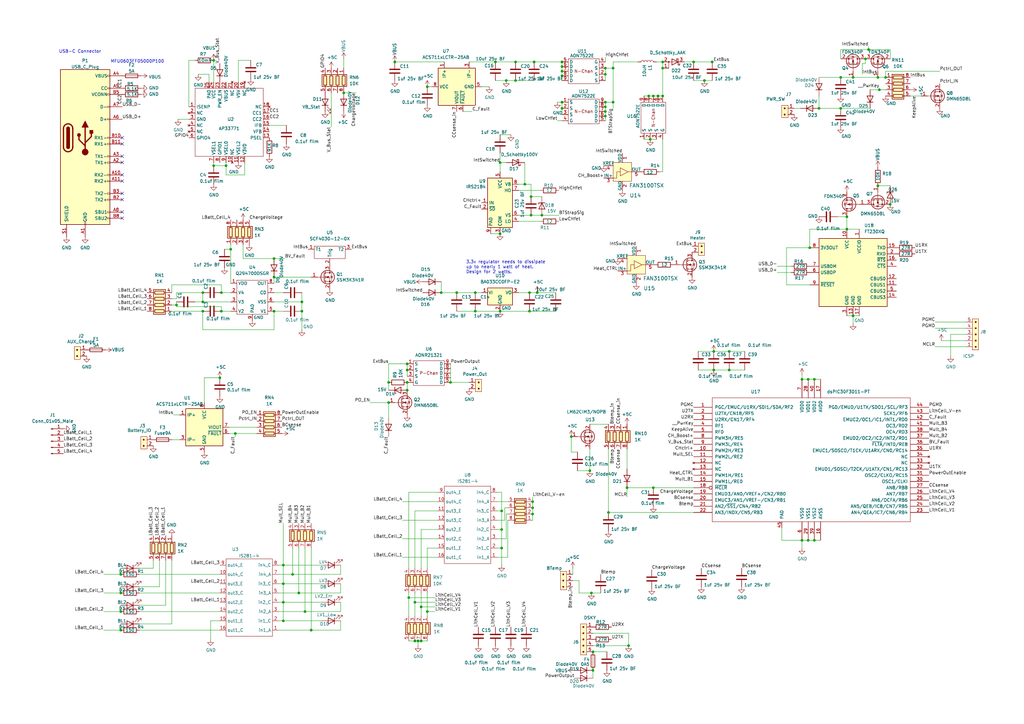
<source format=kicad_sch>
(kicad_sch (version 20211123) (generator eeschema)
  (paper "A3")
  (title_block (title "Battery Controller") (date "2021-06-16") (rev "1") (company "N/A") (comment 1 "Jarrett Cigainero"))
  (junction (at 347.345 93.98))
  (junction (at 230.505 27.305))
  (junction (at 242.57 243.205))
  (junction (at 172.72 248.92))
  (junction (at 251.46 27.94))
  (junction (at 217.805 80.645))
  (junction (at 217.17 127.635))
  (junction (at 271.78 39.37))
  (junction (at 249.555 210.185))
  (junction (at 248.285 47.625))
  (junction (at 257.81 264.795))
  (junction (at 360.045 31.75))
  (junction (at 83.185 127.635))
  (junction (at 187.325 120.015))
  (junction (at 243.205 267.335))
  (junction (at 170.18 247.015))
  (junction (at 205.74 224.79))
  (junction (at 365.125 83.82))
  (junction (at 140.97 38.1))
  (junction (at 292.1 25.4))
  (junction (at 266.065 39.37))
  (junction (at 230.505 25.4))
  (junction (at 217.17 120.015))
  (junction (at 230.505 41.91))
  (junction (at 271.78 27.94))
  (junction (at 172.72 262.89))
  (junction (at 328.93 155.575))
  (junction (at 292.735 144.145))
  (junction (at 167.005 149.225))
  (junction (at 360.045 76.2))
  (junction (at 170.18 262.89))
  (junction (at 49.53 243.205))
  (junction (at 211.455 25.4))
  (junction (at 125.095 250.825))
  (junction (at 266.7 57.15))
  (junction (at 205.105 95.885))
  (junction (at 167.64 245.11))
  (junction (at 349.885 31.75))
  (junction (at 354.965 24.13))
  (junction (at 87.63 24.765))
  (junction (at 116.205 247.015))
  (junction (at 87.63 67.945))
  (junction (at 230.505 44.45))
  (junction (at 234.315 179.07))
  (junction (at 207.645 33.02))
  (junction (at 218.44 205.74))
  (junction (at 331.47 155.575))
  (junction (at 205.105 66.675))
  (junction (at 267.97 200.025))
  (junction (at 184.785 156.845))
  (junction (at 122.555 243.205))
  (junction (at 194.945 120.015))
  (junction (at 167.005 156.845))
  (junction (at 299.085 151.765))
  (junction (at 94.615 102.235))
  (junction (at 215.265 75.565))
  (junction (at 344.805 44.45))
  (junction (at 222.25 88.265))
  (junction (at 219.075 25.4))
  (junction (at 167.005 151.765))
  (junction (at 167.005 160.02))
  (junction (at 116.205 254.635))
  (junction (at 349.885 129.54))
  (junction (at 90.805 127.635))
  (junction (at 331.47 221.615))
  (junction (at 194.945 127.635))
  (junction (at 257.175 200.025))
  (junction (at 112.395 127.635))
  (junction (at 241.935 193.04))
  (junction (at 92.71 67.945))
  (junction (at 218.44 208.28))
  (junction (at 220.345 120.015))
  (junction (at 205.105 127.635))
  (junction (at 248.285 43.815))
  (junction (at 243.205 274.955))
  (junction (at 248.285 45.72))
  (junction (at 299.085 144.145))
  (junction (at 83.185 123.825))
  (junction (at 83.185 120.015))
  (junction (at 248.285 27.94))
  (junction (at 175.26 35.56))
  (junction (at 116.205 231.775))
  (junction (at 248.285 41.91))
  (junction (at 123.825 127.635))
  (junction (at 230.505 29.21))
  (junction (at 347.345 88.9))
  (junction (at 96.52 177.8))
  (junction (at 127.635 258.445))
  (junction (at 90.17 154.94))
  (junction (at 267.97 39.37))
  (junction (at 123.825 123.825))
  (junction (at 180.975 120.015))
  (junction (at 159.385 156.845))
  (junction (at 218.44 210.82))
  (junction (at 292.735 151.765))
  (junction (at 360.68 36.83))
  (junction (at 72.39 125.095))
  (junction (at 269.875 39.37))
  (junction (at 217.805 88.265))
  (junction (at 251.46 41.91))
  (junction (at 49.53 235.585))
  (junction (at 90.805 120.015))
  (junction (at 363.22 31.75))
  (junction (at 230.505 31.115))
  (junction (at 175.26 250.825))
  (junction (at 356.235 20.32))
  (junction (at 271.78 25.4))
  (junction (at 328.93 221.615))
  (junction (at 49.53 250.825))
  (junction (at 334.01 155.575))
  (junction (at 344.805 31.75))
  (junction (at 171.45 262.89))
  (junction (at 284.48 25.4))
  (junction (at 120.015 235.585))
  (junction (at 248.285 30.48))
  (junction (at 335.915 44.45))
  (junction (at 116.205 239.395))
  (junction (at 112.395 113.665))
  (junction (at 211.455 33.02))
  (junction (at 112.395 106.045))
  (junction (at 205.74 217.17))
  (junction (at 334.01 221.615))
  (junction (at 49.53 258.445))
  (junction (at 332.105 101.6))
  (junction (at 161.925 25.4))
  (junction (at 159.385 165.1))
  (junction (at 288.925 33.02))
  (junction (at 205.74 209.55))
  (junction (at 203.2 25.4))
  (no_connect (at 50.1142 89.4842))
  (no_connect (at 50.1142 86.9442))
  (no_connect (at 50.1142 59.0042))
  (no_connect (at 50.1142 81.8642))
  (no_connect (at 50.1142 64.0842))
  (no_connect (at 50.1142 66.6242))
  (no_connect (at 50.1142 74.2442))
  (no_connect (at 50.1142 79.3242))
  (no_connect (at 50.1142 71.7042))
  (no_connect (at 50.1142 56.4642))
  (wire (pts (xy 175.26 250.825) (xy 175.26 252.73)))
  (wire (pts (xy 83.82 154.94) (xy 83.82 165.1)))
  (wire (pts (xy 271.78 25.4) (xy 271.78 27.94)))
  (wire (pts (xy 203.835 224.79) (xy 205.74 224.79)))
  (wire (pts (xy 110.49 51.435) (xy 117.475 51.435)))
  (wire (pts (xy 90.805 116.84) (xy 90.805 120.015)))
  (wire (pts (xy 100.33 66.675) (xy 100.33 71.755)))
  (wire (pts (xy 170.18 243.205) (xy 170.18 247.015)))
  (wire (pts (xy 72.39 125.73) (xy 90.805 125.73)))
  (wire (pts (xy 280.67 25.4) (xy 284.48 25.4)))
  (wire (pts (xy 172.72 262.89) (xy 175.26 262.89)))
  (wire (pts (xy 167.64 245.11) (xy 178.435 245.11)))
  (wire (pts (xy 207.645 33.02) (xy 211.455 33.02)))
  (wire (pts (xy 205.74 201.93) (xy 203.835 201.93)))
  (wire (pts (xy 234.315 185.42) (xy 234.315 179.07)))
  (wire (pts (xy 90.17 254.635) (xy 86.36 254.635)))
  (wire (pts (xy 62.865 229.87) (xy 62.865 233.045)))
  (wire (pts (xy 114.3 231.775) (xy 116.205 231.775)))
  (wire (pts (xy 328.93 153.67) (xy 328.93 155.575)))
  (wire (pts (xy 230.505 41.91) (xy 230.505 44.45)))
  (wire (pts (xy 257.81 259.715) (xy 257.81 264.795)))
  (wire (pts (xy 284.48 33.02) (xy 288.925 33.02)))
  (wire (pts (xy 230.505 29.21) (xy 230.505 31.115)))
  (wire (pts (xy 70.485 125.095) (xy 72.39 125.095)))
  (wire (pts (xy 328.295 44.45) (xy 325.755 44.45)))
  (wire (pts (xy 139.7 247.015) (xy 139.7 250.825)))
  (wire (pts (xy 172.72 243.205) (xy 172.72 248.92)))
  (wire (pts (xy 222.25 88.265) (xy 229.235 88.265)))
  (wire (pts (xy 269.875 39.37) (xy 271.78 39.37)))
  (wire (pts (xy 354.965 26.035) (xy 353.695 26.035)))
  (wire (pts (xy 179.705 217.17) (xy 172.72 217.17)))
  (wire (pts (xy 83.185 127.635) (xy 83.185 135.255)))
  (wire (pts (xy 205.105 127.635) (xy 217.17 127.635)))
  (wire (pts (xy 322.58 101.6) (xy 322.58 116.84)))
  (wire (pts (xy 77.47 24.765) (xy 77.47 43.815)))
  (wire (pts (xy 139.7 235.585) (xy 120.015 235.585)))
  (wire (pts (xy 248.285 43.815) (xy 248.285 45.72)))
  (wire (pts (xy 86.36 254.635) (xy 86.36 262.255)))
  (wire (pts (xy 49.53 255.905) (xy 49.53 258.445)))
  (wire (pts (xy 251.46 27.94) (xy 248.285 27.94)))
  (wire (pts (xy 127.635 258.445) (xy 114.3 258.445)))
  (wire (pts (xy 99.695 106.045) (xy 112.395 106.045)))
  (wire (pts (xy 97.79 24.765) (xy 102.87 24.765)))
  (wire (pts (xy 205.74 231.775) (xy 205.74 224.79)))
  (wire (pts (xy 165.1 213.36) (xy 179.705 213.36)))
  (wire (pts (xy 373.38 39.37) (xy 377.825 39.37)))
  (wire (pts (xy 165.1 205.74) (xy 179.705 205.74)))
  (wire (pts (xy 161.925 25.4) (xy 182.245 25.4)))
  (wire (pts (xy 57.15 250.825) (xy 90.17 250.825)))
  (wire (pts (xy 257.175 200.025) (xy 267.97 200.025)))
  (wire (pts (xy 171.45 262.89) (xy 171.45 264.795)))
  (wire (pts (xy 116.205 231.775) (xy 132.08 231.775)))
  (wire (pts (xy 356.235 20.32) (xy 365.125 20.32)))
  (wire (pts (xy 335.915 44.45) (xy 335.915 39.37)))
  (wire (pts (xy 90.805 120.015) (xy 94.615 120.015)))
  (wire (pts (xy 97.79 33.655) (xy 97.79 24.765)))
  (wire (pts (xy 205.105 66.675) (xy 205.105 70.485)))
  (wire (pts (xy 99.695 100.33) (xy 99.695 106.045)))
  (wire (pts (xy 72.39 125.095) (xy 72.39 125.73)))
  (wire (pts (xy 83.82 154.94) (xy 90.17 154.94)))
  (wire (pts (xy 299.085 144.145) (xy 305.435 144.145)))
  (wire (pts (xy 251.46 41.91) (xy 251.46 27.94)))
  (wire (pts (xy 205.74 224.79) (xy 205.74 217.17)))
  (wire (pts (xy 140.97 24.13) (xy 140.97 27.94)))
  (wire (pts (xy 266.7 57.15) (xy 269.24 57.15)))
  (wire (pts (xy 123.825 123.825) (xy 123.825 120.015)))
  (wire (pts (xy 167.64 243.205) (xy 167.64 245.11)))
  (wire (pts (xy 179.705 209.55) (xy 170.18 209.55)))
  (wire (pts (xy 90.805 127.635) (xy 94.615 127.635)))
  (wire (pts (xy 205.105 62.865) (xy 205.105 66.675)))
  (wire (pts (xy 251.46 27.94) (xy 251.46 25.4)))
  (wire (pts (xy 180.975 120.015) (xy 187.325 120.015)))
  (wire (pts (xy 189.865 45.72) (xy 193.675 45.72)))
  (wire (pts (xy 299.085 151.765) (xy 305.435 151.765)))
  (wire (pts (xy 96.52 177.8) (xy 96.52 179.07)))
  (wire (pts (xy 266.065 39.37) (xy 267.97 39.37)))
  (wire (pts (xy 70.485 229.87) (xy 70.485 255.905)))
  (wire (pts (xy 167.64 201.93) (xy 167.64 233.045)))
  (wire (pts (xy 65.405 229.87) (xy 65.405 240.665)))
  (wire (pts (xy 170.18 262.89) (xy 171.45 262.89)))
  (wire (pts (xy 243.205 274.955) (xy 243.205 278.13)))
  (wire (pts (xy 208.28 228.6) (xy 203.835 228.6)))
  (wire (pts (xy 180.975 115.57) (xy 180.975 120.015)))
  (wire (pts (xy 237.49 243.205) (xy 237.49 238.125)))
  (wire (pts (xy 167.005 156.845) (xy 167.005 160.02)))
  (wire (pts (xy 318.77 111.76) (xy 324.485 111.76)))
  (wire (pts (xy 167.64 262.89) (xy 170.18 262.89)))
  (wire (pts (xy 94.615 102.235) (xy 94.615 116.205)))
  (wire (pts (xy 116.205 214.63) (xy 116.205 231.775)))
  (wire (pts (xy 360.68 36.83) (xy 363.22 36.83)))
  (wire (pts (xy 192.405 25.4) (xy 203.2 25.4)))
  (wire (pts (xy 360.045 76.2) (xy 365.125 76.2)))
  (wire (pts (xy 72.39 120.015) (xy 72.39 122.555)))
  (wire (pts (xy 116.205 247.015) (xy 132.08 247.015)))
  (wire (pts (xy 248.285 41.91) (xy 251.46 41.91)))
  (wire (pts (xy 92.71 66.675) (xy 92.71 67.945)))
  (wire (pts (xy 334.01 155.575) (xy 336.55 155.575)))
  (wire (pts (xy 286.385 151.765) (xy 292.735 151.765)))
  (wire (pts (xy 332.105 101.6) (xy 322.58 101.6)))
  (wire (pts (xy 165.1 228.6) (xy 179.705 228.6)))
  (wire (pts (xy 354.965 24.13) (xy 354.965 26.035)))
  (wire (pts (xy 207.645 210.82) (xy 207.645 220.98)))
  (wire (pts (xy 349.885 31.75) (xy 360.045 31.75)))
  (wire (pts (xy 100.33 71.755) (xy 92.71 71.755)))
  (wire (pts (xy 211.455 33.02) (xy 219.075 33.02)))
  (wire (pts (xy 203.2 25.4) (xy 211.455 25.4)))
  (wire (pts (xy 70.485 120.015) (xy 70.485 116.84)))
  (wire (pts (xy 42.545 243.205) (xy 49.53 243.205)))
  (wire (pts (xy 288.925 33.02) (xy 292.1 33.02)))
  (wire (pts (xy 248.285 30.48) (xy 248.285 33.02)))
  (wire (pts (xy 167.005 151.765) (xy 167.005 154.305)))
  (wire (pts (xy 271.78 70.485) (xy 270.51 70.485)))
  (wire (pts (xy 70.485 255.905) (xy 57.15 255.905)))
  (wire (pts (xy 159.385 149.225) (xy 167.005 149.225)))
  (wire (pts (xy 170.18 247.015) (xy 178.435 247.015)))
  (wire (pts (xy 92.71 71.755) (xy 92.71 67.945)))
  (wire (pts (xy 322.58 116.84) (xy 332.105 116.84)))
  (wire (pts (xy 344.805 24.13) (xy 344.805 20.32)))
  (wire (pts (xy 203.835 217.17) (xy 205.74 217.17)))
  (wire (pts (xy 140.97 38.1) (xy 146.05 38.1)))
  (wire (pts (xy 220.345 120.015) (xy 227.965 120.015)))
  (wire (pts (xy 396.24 139.7) (xy 386.08 139.7)))
  (wire (pts (xy 217.805 80.645) (xy 222.25 80.645)))
  (wire (pts (xy 70.485 116.84) (xy 90.805 116.84)))
  (wire (pts (xy 217.805 88.265) (xy 222.25 88.265)))
  (wire (pts (xy 184.785 156.845) (xy 192.405 156.845)))
  (wire (pts (xy 83.185 135.255) (xy 112.395 135.255)))
  (wire (pts (xy 57.15 235.585) (xy 90.17 235.585)))
  (wire (pts (xy 112.395 106.045) (xy 116.84 106.045)))
  (wire (pts (xy 116.205 239.395) (xy 132.08 239.395)))
  (wire (pts (xy 114.3 239.395) (xy 116.205 239.395)))
  (wire (pts (xy 349.885 129.54) (xy 352.425 129.54)))
  (wire (pts (xy 292.735 151.765) (xy 299.085 151.765)))
  (wire (pts (xy 71.12 170.18) (xy 73.66 170.18)))
  (wire (pts (xy 139.7 254.635) (xy 139.7 258.445)))
  (wire (pts (xy 167.005 149.225) (xy 167.005 151.765)))
  (wire (pts (xy 236.855 185.42) (xy 234.315 185.42)))
  (wire (pts (xy 320.675 216.535) (xy 320.675 221.615)))
  (wire (pts (xy 116.205 239.395) (xy 116.205 247.015)))
  (wire (pts (xy 356.87 36.83) (xy 360.68 36.83)))
  (wire (pts (xy 83.185 123.825) (xy 94.615 123.825)))
  (wire (pts (xy 396.24 137.16) (xy 389.89 137.16)))
  (wire (pts (xy 267.97 200.025) (xy 284.48 200.025)))
  (wire (pts (xy 212.725 88.265) (xy 217.805 88.265)))
  (wire (pts (xy 81.28 30.48) (xy 85.725 30.48)))
  (wire (pts (xy 234.95 233.045) (xy 234.95 235.585)))
  (wire (pts (xy 205.74 209.55) (xy 205.74 201.93)))
  (wire (pts (xy 243.205 267.335) (xy 248.92 267.335)))
  (wire (pts (xy 217.805 80.645) (xy 217.805 75.565)))
  (wire (pts (xy 360.045 31.75) (xy 363.22 31.75)))
  (wire (pts (xy 292.1 25.4) (xy 292.608 25.4)))
  (wire (pts (xy 215.265 75.565) (xy 212.725 75.565)))
  (wire (pts (xy 120.015 235.585) (xy 114.3 235.585)))
  (wire (pts (xy 112.395 113.665) (xy 127.635 113.665)))
  (wire (pts (xy 349.885 129.54) (xy 349.885 132.715)))
  (wire (pts (xy 49.53 248.285) (xy 49.53 250.825)))
  (wire (pts (xy 249.555 184.15) (xy 249.555 210.185)))
  (wire (pts (xy 72.39 123.825) (xy 72.39 125.095)))
  (wire (pts (xy 230.505 25.4) (xy 230.505 27.305)))
  (wire (pts (xy 49.53 233.045) (xy 49.53 235.585)))
  (wire (pts (xy 120.015 224.79) (xy 120.015 235.585)))
  (wire (pts (xy 80.01 123.825) (xy 83.185 123.825)))
  (wire (pts (xy 172.72 217.17) (xy 172.72 233.045)))
  (wire (pts (xy 92.075 102.235) (xy 94.615 102.235)))
  (wire (pts (xy 123.825 123.825) (xy 123.825 127.635)))
  (wire (pts (xy 205.74 217.17) (xy 205.74 209.55)))
  (wire (pts (xy 194.945 127.635) (xy 205.105 127.635)))
  (wire (pts (xy 334.01 221.615) (xy 336.55 221.615)))
  (wire (pts (xy 251.46 41.91) (xy 251.46 44.45)))
  (wire (pts (xy 175.26 224.79) (xy 179.705 224.79)))
  (wire (pts (xy 70.485 180.34) (xy 73.66 180.34)))
  (wire (pts (xy 318.77 109.22) (xy 324.485 109.22)))
  (wire (pts (xy 93.98 175.26) (xy 105.41 175.26)))
  (wire (pts (xy 139.7 250.825) (xy 125.095 250.825)))
  (wire (pts (xy 167.64 245.11) (xy 167.64 252.73)))
  (wire (pts (xy 139.7 231.775) (xy 139.7 235.585)))
  (wire (pts (xy 187.325 120.015) (xy 194.945 120.015)))
  (wire (pts (xy 335.915 31.75) (xy 344.805 31.75)))
  (wire (pts (xy 57.15 243.205) (xy 90.17 243.205)))
  (wire (pts (xy 42.545 258.445) (xy 49.53 258.445)))
  (wire (pts (xy 218.44 210.82) (xy 218.44 213.36)))
  (wire (pts (xy 347.345 93.98) (xy 352.425 93.98)))
  (wire (pts (xy 396.24 134.62) (xy 383.54 134.62)))
  (wire (pts (xy 353.695 26.035) (xy 353.695 30.48)))
  (wire (pts (xy 212.725 78.105) (xy 221.615 78.105)))
  (wire (pts (xy 159.385 165.1) (xy 159.385 171.45)))
  (wire (pts (xy 344.805 31.75) (xy 349.885 31.75)))
  (wire (pts (xy 292.735 144.145) (xy 299.085 144.145)))
  (wire (pts (xy 269.24 25.4) (xy 271.78 25.4)))
  (wire (pts (xy 257.175 184.15) (xy 257.175 192.405)))
  (wire (pts (xy 207.645 220.98) (xy 203.835 220.98)))
  (wire (pts (xy 114.3 247.015) (xy 116.205 247.015)))
  (wire (pts (xy 228.6 49.53) (xy 230.505 49.53)))
  (wire (pts (xy 248.285 41.91) (xy 248.285 43.815)))
  (wire (pts (xy 205.105 55.245) (xy 209.55 55.245)))
  (wire (pts (xy 90.805 125.73) (xy 90.805 127.635)))
  (wire (pts (xy 328.93 221.615) (xy 328.93 224.79)))
  (wire (pts (xy 328.93 221.615) (xy 331.47 221.615)))
  (wire (pts (xy 251.46 25.4) (xy 261.62 25.4)))
  (wire (pts (xy 347.345 129.54) (xy 349.885 129.54)))
  (wire (pts (xy 237.49 243.205) (xy 242.57 243.205)))
  (wire (pts (xy 201.295 95.885) (xy 205.105 95.885)))
  (wire (pts (xy 175.26 233.045) (xy 175.26 224.79)))
  (wire (pts (xy 135.89 38.1) (xy 135.89 52.07)))
  (wire (pts (xy 242.57 243.205) (xy 246.38 243.205)))
  (wire (pts (xy 125.095 224.79) (xy 125.095 250.825)))
  (wire (pts (xy 241.935 173.99) (xy 249.555 173.99)))
  (wire (pts (xy 116.205 254.635) (xy 132.08 254.635)))
  (wire (pts (xy 159.385 149.225) (xy 159.385 156.845)))
  (wire (pts (xy 241.935 184.15) (xy 241.935 193.04)))
  (wire (pts (xy 248.285 23.495) (xy 248.285 25.4)))
  (wire (pts (xy 264.16 39.37) (xy 266.065 39.37)))
  (wire (pts (xy 139.7 239.395) (xy 139.7 243.205)))
  (wire (pts (xy 228.6 41.91) (xy 230.505 41.91)))
  (wire (pts (xy 396.24 142.24) (xy 383.54 142.24)))
  (wire (pts (xy 112.395 120.015) (xy 116.205 120.015)))
  (wire (pts (xy 344.805 20.32) (xy 356.235 20.32)))
  (wire (pts (xy 170.18 247.015) (xy 170.18 252.73)))
  (wire (pts (xy 284.48 25.4) (xy 292.1 25.4)))
  (wire (pts (xy 139.7 258.445) (xy 127.635 258.445)))
  (wire (pts (xy 87.63 66.675) (xy 87.63 67.945)))
  (wire (pts (xy 203.2 33.02) (xy 207.645 33.02)))
  (wire (pts (xy 203.835 205.74) (xy 208.28 205.74)))
  (wire (pts (xy 42.545 250.825) (xy 49.53 250.825)))
  (wire (pts (xy 85.725 30.48) (xy 85.725 33.655)))
  (wire (pts (xy 83.185 120.015) (xy 83.185 123.825)))
  (wire (pts (xy 241.935 193.04) (xy 236.855 193.04)))
  (wire (pts (xy 248.285 45.72) (xy 248.285 47.625)))
  (wire (pts (xy 122.555 224.79) (xy 122.555 243.205)))
  (wire (pts (xy 230.505 44.45) (xy 230.505 46.99)))
  (wire (pts (xy 389.89 137.16) (xy 389.89 146.05)))
  (wire (pts (xy 112.395 127.635) (xy 116.205 127.635)))
  (wire (pts (xy 197.485 35.56) (xy 200.66 35.56)))
  (wire (pts (xy 92.71 67.945) (xy 87.63 67.945)))
  (wire (pts (xy 347.345 88.9) (xy 347.345 93.98)))
  (wire (pts (xy 172.72 248.92) (xy 172.72 252.73)))
  (wire (pts (xy 335.915 44.45) (xy 344.805 44.45)))
  (wire (pts (xy 175.26 250.825) (xy 178.435 250.825)))
  (wire (pts (xy 344.805 44.45) (xy 356.87 44.45)))
  (wire (pts (xy 365.125 20.32) (xy 365.125 24.13)))
  (wire (pts (xy 212.725 90.805) (xy 221.615 90.805)))
  (wire (pts (xy 217.805 75.565) (xy 215.265 75.565)))
  (wire (pts (xy 248.285 47.625) (xy 248.285 49.53)))
  (wire (pts (xy 172.72 248.92) (xy 178.435 248.92)))
  (wire (pts (xy 112.395 123.825) (xy 123.825 123.825)))
  (wire (pts (xy 94.615 100.33) (xy 94.615 102.235)))
  (wire (pts (xy 151.765 165.1) (xy 159.385 165.1)))
  (wire (pts (xy 328.93 155.575) (xy 331.47 155.575)))
  (wire (pts (xy 264.16 57.15) (xy 266.7 57.15)))
  (wire (pts (xy 139.7 243.205) (xy 122.555 243.205)))
  (wire (pts (xy 93.98 177.8) (xy 96.52 177.8)))
  (wire (pts (xy 207.01 208.28) (xy 207.01 213.36)))
  (wire (pts (xy 356.235 19.05) (xy 356.235 20.32)))
  (wire (pts (xy 184.785 149.225) (xy 184.785 156.845)))
  (wire (pts (xy 125.095 250.825) (xy 114.3 250.825)))
  (wire (pts (xy 363.22 29.21) (xy 385.445 29.21)))
  (wire (pts (xy 208.28 213.36) (xy 208.28 228.6)))
  (wire (pts (xy 207.01 213.36) (xy 203.835 213.36)))
  (wire (pts (xy 175.26 35.56) (xy 177.165 35.56)))
  (wire (pts (xy 96.52 177.8) (xy 105.41 177.8)))
  (wire (pts (xy 208.28 208.28) (xy 207.01 208.28)))
  (wire (pts (xy 170.18 209.55) (xy 170.18 233.045)))
  (wire (pts (xy 218.44 205.74) (xy 218.44 208.28)))
  (wire (pts (xy 230.505 31.115) (xy 230.505 33.02)))
  (wire (pts (xy 87.63 24.765) (xy 87.63 33.655)))
  (wire (pts (xy 243.205 264.795) (xy 257.81 264.795)))
  (wire (pts (xy 49.53 240.665) (xy 49.53 243.205)))
  (wire (pts (xy 218.44 203.835) (xy 218.44 205.74)))
  (wire (pts (xy 73.025 48.895) (xy 77.47 48.895)))
  (wire (pts (xy 123.825 127.635) (xy 123.825 135.255)))
  (wire (pts (xy 116.205 231.775) (xy 116.205 239.395)))
  (wire (pts (xy 332.105 101.6) (xy 332.105 93.98)))
  (wire (pts (xy 70.485 127.635) (xy 83.185 127.635)))
  (wire (pts (xy 271.78 57.15) (xy 271.78 70.485)))
  (wire (pts (xy 248.285 27.94) (xy 248.285 30.48)))
  (wire (pts (xy 62.865 233.045) (xy 57.15 233.045)))
  (wire (pts (xy 72.39 120.015) (xy 83.185 120.015)))
  (wire (pts (xy 257.175 200.025) (xy 257.175 203.835)))
  (wire (pts (xy 77.47 24.765) (xy 80.01 24.765)))
  (wire (pts (xy 383.54 132.08) (xy 396.24 132.08)))
  (wire (pts (xy 187.325 127.635) (xy 194.945 127.635)))
  (wire (pts (xy 72.39 122.555) (xy 70.485 122.555)))
  (wire (pts (xy 331.47 155.575) (xy 334.01 155.575)))
  (wire (pts (xy 205.105 66.675) (xy 207.645 66.675)))
  (wire (pts (xy 122.555 243.205) (xy 114.3 243.205)))
  (wire (pts (xy 230.505 27.305) (xy 230.505 29.21)))
  (wire (pts (xy 360.68 36.195) (xy 360.68 36.83)))
  (wire (pts (xy 211.455 25.4) (xy 219.075 25.4)))
  (wire (pts (xy 112.395 113.665) (xy 112.395 116.205)))
  (wire (pts (xy 243.205 259.715) (xy 257.81 259.715)))
  (wire (pts (xy 237.49 238.125) (xy 234.95 238.125)))
  (wire (pts (xy 320.675 221.615) (xy 328.93 221.615)))
  (wire (pts (xy 171.45 262.89) (xy 172.72 262.89)))
  (wire (pts (xy 212.725 120.015) (xy 217.17 120.015)))
  (wire (pts (xy 65.405 240.665) (xy 57.15 240.665)))
  (wire (pts (xy 175.26 243.205) (xy 175.26 250.825)))
  (wire (pts (xy 271.78 27.94) (xy 271.78 39.37)))
  (wire (pts (xy 267.97 39.37) (xy 269.875 39.37)))
  (wire (pts (xy 116.205 247.015) (xy 116.205 254.635)))
  (wire (pts (xy 217.17 127.635) (xy 227.965 127.635)))
  (wire (pts (xy 215.265 66.675) (xy 215.265 75.565)))
  (wire (pts (xy 218.44 208.28) (xy 218.44 210.82)))
  (wire (pts (xy 165.1 220.98) (xy 179.705 220.98)))
  (wire (pts (xy 343.535 88.9) (xy 347.345 88.9)))
  (wire (pts (xy 159.385 156.845) (xy 159.385 160.02)))
  (wire (pts (xy 67.945 248.285) (xy 57.15 248.285)))
  (wire (pts (xy 286.385 144.145) (xy 292.735 144.145)))
  (wire (pts (xy 116.205 254.635) (xy 114.3 254.635)))
  (wire (pts (xy 57.15 258.445) (xy 90.17 258.445)))
  (wire (pts (xy 194.945 120.015) (xy 197.485 120.015)))
  (wire (pts (xy 249.555 210.185) (xy 284.48 210.185)))
  (wire (pts (xy 219.075 25.4) (xy 230.505 25.4)))
  (wire (pts (xy 217.17 120.015) (xy 220.345 120.015)))
  (wire (pts (xy 127.635 224.79) (xy 127.635 258.445)))
  (wire (pts (xy 42.545 235.585) (xy 49.53 235.585)))
  (wire (pts (xy 331.47 221.615) (xy 334.01 221.615)))
  (wire (pts (xy 363.22 31.75) (xy 363.22 29.21)))
  (wire (pts (xy 67.945 229.87) (xy 67.945 248.285)))
  (wire (pts (xy 203.835 209.55) (xy 205.74 209.55)))
  (wire (pts (xy 112.395 127.635) (xy 112.395 135.255)))
  (wire (pts (xy 332.105 93.98) (xy 347.345 93.98)))
  (wire (pts (xy 179.705 201.93) (xy 167.64 201.93)))
  (wire (pts (xy 208.28 210.82) (xy 207.645 210.82)))
  (text "\nMFU0603FF05000P100" (at 45.339 26.035 0) (effects (font (size 1.27 1.27)) (justify left bottom)))
  (text "3.3v regulator needs to dissipate\nup to nearly 1 watt of heat.\nDesign for 2 watts." (at 191.135 112.395 0) (effects (font (size 1.27 1.27)) (justify left bottom)))
  (text "USB-C Connector" (at 24.1554 21.971 0) (effects (font (size 1.27 1.27)) (justify left bottom)))
  (label "LBatt_Cell_4" (at 42.545 235.585 180))
  (label "PO_EN" (at 151.765 165.1 180))
  (label "Mult_SEL" (at 116.205 214.63 90))
  (label "Btemp" (at 284.48 207.645 180))
  (label "LBatt_Cell_1" (at 26.035 178.435 0))
  (label "LBatt_Cell_3" (at 165.1 213.36 180))
  (label "BTStrapSig" (at 251.46 44.45 270))
  (label "USB_D-" (at 50.165 43.815 0))
  (label "U2TX" (at 250.825 262.255 0))
  (label "LowCHfet" (at 229.235 90.805 0))
  (label "ChargeVoltage" (at 146.05 38.1 270))
  (label "LithCell_V1" (at 196.215 257.175 90))
  (label "LBatt_Cell_4" (at 26.035 186.055 0))
  (label "Mult_B2" (at 125.095 214.63 90))
  (label "CH_Boost+" (at 284.48 179.705 180))
  (label "IntSwitched" (at 205.105 66.675 180))
  (label "USB_D+" (at 318.77 111.76 180))
  (label "ExtBus" (at 283.845 100.965 180))
  (label "KeepAlive" (at 375.92 39.37 270))
  (label "Mult_B1" (at 284.48 197.485 180))
  (label "LithCell_V3" (at 178.435 247.015 0))
  (label "Pctrl_IN" (at 105.41 172.72 180))
  (label "V_Bus_Stat" (at 90.17 26.035 90))
  (label "LithCell_V2" (at 381 207.645 0))
  (label "PowerOutput" (at 184.785 149.225 0))
  (label "CC1" (at 110.49 46.355 0))
  (label "U1TX" (at 375.285 104.14 0))
  (label "LithCell_V1" (at 178.435 250.825 0))
  (label "U1RX" (at 381 184.785 0))
  (label "LBatt_Cell_3" (at 62.865 219.71 90))
  (label "LBatt_Cell_1" (at 90.17 247.015 180))
  (label "C_Fault" (at 197.485 85.725 180))
  (label "Heat_CTRL" (at 253.365 111.125 180))
  (label "LBatt_Cell_2" (at 26.035 180.975 0))
  (label "CHctrl+" (at 197.485 83.185 180))
  (label "Btemp_in" (at 252.095 173.99 90))
  (label "LithCell_V3" (at 209.55 257.175 90))
  (label "ChargeVoltage" (at 267.335 233.68 0))
  (label "LBatt_Cell_4" (at 94.615 90.17 180))
  (label "LBatt_Cell_4" (at 165.1 205.74 180))
  (label "CCsense" (at 254.635 184.15 270))
  (label "V_Bus_Stat" (at 135.89 52.07 270))
  (label "USB_D-" (at 318.77 109.22 180))
  (label "Mult_B4" (at 120.015 214.63 90))
  (label "C_Fault" (at 159.385 179.07 270))
  (label "IntSwitched" (at 255.27 62.865 180))
  (label "ChargeVoltage" (at 284.48 202.565 180))
  (label "HighCHfet" (at 248.285 23.495 0))
  (label "PGMD" (at 383.54 134.62 180))
  (label "LBatt_Cell_2" (at 60.325 125.095 180))
  (label "BV_Fault" (at 116.84 106.045 0))
  (label "__PwrKey" (at 360.68 36.195 180))
  (label "LBatt_Cell_2" (at 65.405 219.71 90))
  (label "C_Fault" (at 96.52 179.07 270))
  (label "LBatt_Cell_1" (at 67.945 219.71 90))
  (label "Mult_B4" (at 381 177.165 0))
  (label "C_Fault" (at 381 172.085 0))
  (label "U2TX" (at 284.48 169.545 180))
  (label "LithCell_V2" (at 203.2 257.175 90))
  (label "CCsense" (at 381 200.025 0))
  (label "IntBus" (at 126.365 102.235 180))
  (label "ExtBus" (at 292.608 25.4 0))
  (label "U2RX" (at 250.825 257.175 0))
  (label "Mult_B3" (at 122.555 214.63 90))
  (label "LBatt_Cell_3" (at 60.325 122.555 180))
  (label "Pctrl_OUT" (at 115.57 172.72 0))
  (label "IntSwitched" (at 356.235 19.05 180))
  (label "LBatt_Cell_4" (at 60.325 120.015 180))
  (label "Mult_B1" (at 127.635 214.63 90))
  (label "LBatt_Cell_2" (at 165.1 220.98 180))
  (label "LithCell_V4" (at 215.9 257.175 90))
  (label "CC2" (at 50.165 38.735 270))
  (label "C_Fault" (at 193.675 45.72 0))
  (label "IntSwitched" (at 173.355 120.015 180))
  (label "BTStrapSig" (at 229.235 88.265 0))
  (label "U2RX" (at 284.48 172.085 180))
  (label "LBatt_Cell_3" (at 26.035 183.515 0))
  (label "CC2" (at 110.49 48.895 0))
  (label "BV_Fault" (at 381 182.245 0))
  (label "PGMC" (at 383.54 132.08 180))
  (label "PowerOutput" (at 235.585 278.13 180))
  (label "Mult_B3" (at 381 174.625 0))
  (label "LBatt_Cell_1" (at 165.1 228.6 180))
  (label "ExtBus" (at 144.145 102.235 0))
  (label "Heat_CTRL" (at 284.48 194.945 180))
  (label "Mult_SEL" (at 284.48 187.325 180))
  (label "U1TX" (at 381 192.405 0))
  (label "Btemp" (at 252.095 184.15 270))
  (label "HighCHfet" (at 229.235 78.105 0))
  (label "BCsense" (at 115.57 175.26 0))
  (label "LithCell_V-en" (at 381 169.545 0))
  (label "MCLR" (at 257.175 203.835 180))
  (label "ChargeVoltage" (at 102.235 90.17 0))
  (label "PGMD" (at 381 167.005 0))
  (label "CC1" (at 50.165 36.195 90))
  (label "V_Bus_Stat" (at 284.48 182.245 180))
  (label "PowerOutEnable" (at 381 194.945 0))
  (label "PGMC" (at 284.48 167.005 180))
  (label "BCsense" (at 284.48 205.105 180))
  (label "CH_Boost+" (at 247.65 73.025 180))
  (label "Pctrl_OUT" (at 385.445 29.21 0))
  (label "LBatt_Cell_2" (at 90.17 239.395 180))
  (label "IntBus" (at 71.12 170.18 180))
  (label "GPIO4" (at 77.47 56.515 180))
  (label "IntSwitched" (at 260.985 100.965 180))
  (label "LithCell_V1" (at 381 210.185 0))
  (label "USB_D+" (at 50.165 48.895 0))
  (label "__PwrKey" (at 284.48 174.625 180))
  (label "IntBus" (at 353.695 30.48 0))
  (label "LBatt_Cell_3" (at 90.17 231.775 180))
  (label "LBatt_Cell_1" (at 60.325 127.635 180))
  (label "CHctrl+" (at 284.48 184.785 180))
  (label "LithCell_V-en" (at 218.44 203.835 0))
  (label "PowerOutEnable" (at 115.57 170.18 0))
  (label "PO_EN" (at 105.41 170.18 180))
  (label "U1RX" (at 375.285 101.6 0))
  (label "GPIO4" (at 133.35 27.94 90))
  (label "LithCell_V4" (at 381 202.565 0))
  (label "IntBus" (at 373.38 31.75 0))
  (label "LithCell_V3" (at 381 205.105 0))
  (label "Btemp_in" (at 234.95 240.665 270))
  (label "BCsense" (at 304.165 233.045 0))
  (label "LithCell_V4" (at 178.435 245.11 0))
  (label "CCsense" (at 287.655 233.045 0))
  (label "Mult_B2" (at 381 179.705 0))
  (label "ExtBus" (at 159.385 149.225 180))
  (label "LBatt_Cell_3" (at 42.545 243.205 180))
  (label "KeepAlive" (at 284.48 177.165 180))
  (label "Btemp" (at 246.38 235.585 0))
  (label "CCsense_in" (at 254.635 173.99 90))
  (label "LBatt_Cell_2" (at 42.545 250.825 180))
  (label "Pctrl_IN" (at 385.445 34.29 0))
  (label "LowCHfet" (at 228.6 49.53 180))
  (label "LithCell_V2" (at 178.435 248.92 0))
  (label "MCLR" (at 383.54 142.24 180))
  (label "CCsense_in" (at 187.325 45.72 270))
  (label "LBatt_Cell_1" (at 42.545 258.445 180))
  (symbol (lib_id "BTMS-rescue:dsPIC30F3011-PT-dspic") (at 332.74 188.595 0) (unit 1)
    (property "Reference" "U17" (at 309.88 160.655 0))
    (property "Value" "dsPIC30F3011-PT" (at 347.98 160.655 0))
    (property "Footprint" "Package_DFN_QFN:QFN-44-1EP_8x8mm_P0.65mm_EP6.45x6.45mm" (effects hide))
    (property "Manufacturer" "Microchip" (effects hide))
    (property "DK_Detail_Page" "https://www.digikey.com/en/products/detail/microchip-technology/DSPIC30F3011-30I-ML/718171" (effects hide))
    (property "Digi-Key_PN" "DSPIC30F301130IML-ND" (effects hide))
  )
  (symbol (lib_id "Device:C") (at 90.17 158.75 0) (unit 1)
    (property "Reference" "C5" (at 93.091 157.5816 0) (effects (justify left)))
    (property "Value" "0.1uf film" (at 93.091 159.893 0) (effects (justify left)))
    (property "Footprint" "Capacitor_SMD:C_0603_1608Metric" (effects hide))
    (property "DK_Detail_Page" "https://www.digikey.com/en/products/detail/panasonic-electronic-components/ECP-U1C104MA5/285446?s=N4IgTCBcDaIIxzANgCIGkBKBaAcikAugL5A" (effects hide))
    (property "Digi-Key_PN" "PCF1126CT-ND" (effects hide))
  )
  (symbol (lib_id "Device:C") (at 286.385 147.955 0) (unit 1)
    (property "Reference" "C33" (at 287.655 145.415 0) (effects (justify left)))
    (property "Value" "0.1uf film" (at 286.385 154.305 0) (effects (justify left)))
    (property "Footprint" "Capacitor_SMD:C_0603_1608Metric" (effects hide))
    (property "DK_Detail_Page" "https://www.digikey.com/en/products/detail/panasonic-electronic-components/ECP-U1C104MA5/285446?s=N4IgTCBcDaIIxzANgCIGkBKBaAcikAugL5A" (effects hide))
    (property "Digi-Key_PN" "PCF1126CT-ND" (effects hide))
  )
  (symbol (lib_id "Device:C") (at 292.735 147.955 0) (unit 1)
    (property "Reference" "C36" (at 294.005 145.415 0) (effects (justify left)))
    (property "Value" "0.1uf film" (at 294.005 141.605 0) (effects (justify left)))
    (property "Footprint" "Capacitor_SMD:C_0603_1608Metric" (effects hide))
    (property "DK_Detail_Page" "https://www.digikey.com/en/products/detail/panasonic-electronic-components/ECP-U1C104MA5/285446?s=N4IgTCBcDaIIxzANgCIGkBKBaAcikAugL5A" (effects hide))
    (property "Digi-Key_PN" "PCF1126CT-ND" (effects hide))
  )
  (symbol (lib_id "BTMS-rescue:B5B-XH-A_LF__SN_-dk_Rectangular-Connectors-Headers-Male-Pins") (at 398.78 142.24 90) (unit 1)
    (property "Reference" "J8" (at 402.0312 136.1186 90) (effects (justify right)))
    (property "Value" "ICSP" (at 394.97 146.05 90) (effects (justify right)))
    (property "Footprint" "Connector_PinHeader_2.54mm:PinHeader_1x05_P2.54mm_Vertical" (effects hide))
    (property "Datasheet" "http://www.jst-mfg.com/product/pdf/eng/eXH.pdf" (effects hide))
    (property "MPN" "B5B-XH-A(LF)(SN)" (effects hide))
    (property "Category" "Connectors, Interconnects" (effects hide))
    (property "Family" "Rectangular Connectors - Headers, Male Pins" (effects hide))
    (property "DK_Datasheet_Link" "http://www.jst-mfg.com/product/pdf/eng/eXH.pdf" (effects hide))
    (property "Description" "CONN HEADER VERT 5POS 2.5MM" (effects hide))
    (property "Manufacturer" "JST Sales America Inc." (effects hide))
    (property "Status" "Active" (effects hide))
  )
  (symbol (lib_id "power:+5C") (at 328.93 153.67 0) (unit 1)
    (property "Reference" "#PWR074" (effects hide))
    (property "Value" "+3C3" (at 329.311 149.2758 0))
  )
  (symbol (lib_id "Device:C") (at 236.855 189.23 0) (unit 1)
    (property "Reference" "C26" (at 239.776 188.0616 0) (effects (justify left)))
    (property "Value" "0.1uf film" (at 239.776 190.373 0) (effects (justify left)))
    (property "Footprint" "Capacitor_SMD:C_0603_1608Metric" (effects hide))
    (property "DK_Detail_Page" "https://www.digikey.com/en/products/detail/panasonic-electronic-components/ECP-U1C104MA5/285446?s=N4IgTCBcDaIIxzANgCIGkBKBaAcikAugL5A" (effects hide))
    (property "Digi-Key_PN" "PCF1126CT-ND" (effects hide))
  )
  (symbol (lib_id "power:+5C") (at 257.175 173.99 0) (unit 1)
    (property "Reference" "#PWR061" (effects hide))
    (property "Value" "+3C3" (at 257.175 169.926 0))
  )
  (symbol (lib_id "Device:LED") (at 135.89 254.635 180) (unit 1)
    (property "Reference" "D10" (at 133.096 255.905 0))
    (property "Value" "LV1_Low" (at 133.985 252.095 0))
    (property "Footprint" "LED_SMD:LED_0603_1608Metric" (effects hide))
    (property "DK_Detail_Page" "https://www.digikey.com/en/products/detail/w%C3%BCrth-elektronik/150060RS75000/4489901" (effects hide))
    (property "Digi-Key_PN" "732-4978-1-ND" (effects hide))
  )
  (symbol (lib_id "Device:Q_NMOS_GDS") (at 239.395 179.07 0) (unit 1)
    (property "Reference" "U13" (at 240.03 172.085 0) (effects (justify left)))
    (property "Value" "LM62CIM3/NOPB" (at 232.41 168.91 0) (effects (justify left)))
    (property "Footprint" "Package_TO_SOT_SMD:SOT-23" (effects hide))
    (property "DK_Detail_Page" "https://www.digikey.com/en/products/detail/texas-instruments/LM62CIM3-NOPB/364229" (effects hide))
    (property "Digi-Key_PN" "LM62CIM3/NOPBCT-ND" (effects hide))
  )
  (symbol (lib_id "BTMS-rescue:22-23-2021-dk_Rectangular-Connectors-Headers-Male-Pins") (at 323.215 44.45 270) (unit 1)
    (property "Reference" "J7" (at 323.4182 38.735 90))
    (property "Value" "PWR_SW" (at 318.135 40.64 90))
    (property "Footprint" "Connector_PinHeader_2.54mm:PinHeader_1x02_P2.54mm_Vertical" (effects hide))
    (property "Datasheet" "https://media.digikey.com/pdf/Data%20Sheets/Molex%20PDFs/A-6373-N_Series_Dwg_2010-12-03.pdf" (effects hide))
    (property "MPN" "22-23-2021" (effects hide))
    (property "Category" "Connectors, Interconnects" (effects hide))
    (property "Family" "Rectangular Connectors - Headers, Male Pins" (effects hide))
    (property "DK_Datasheet_Link" "https://media.digikey.com/pdf/Data%20Sheets/Molex%20PDFs/A-6373-N_Series_Dwg_2010-12-03.pdf" (effects hide))
    (property "Description" "CONN HEADER VERT 2POS 2.54MM" (effects hide))
    (property "Manufacturer" "Molex" (effects hide))
    (property "Status" "Active" (effects hide))
  )
  (symbol (lib_id "BTMS-rescue:640456-3-dk_Rectangular-Connectors-Headers-Male-Pins") (at 232.41 235.585 270) (unit 1)
    (property "Reference" "J5" (at 232.8672 229.743 90))
    (property "Value" "BTemp" (at 227.33 233.045 90))
    (property "Footprint" "Connector_PinHeader_2.54mm:PinHeader_1x03_P2.54mm_Vertical" (effects hide))
    (property "Datasheet" "https://www.te.com/commerce/DocumentDelivery/DDEController?Action=srchrtrv&DocNm=640456&DocType=Customer+Drawing&DocLang=English" (effects hide))
    (property "MPN" "640456-3" (effects hide))
    (property "Category" "Connectors, Interconnects" (effects hide))
    (property "Family" "Rectangular Connectors - Headers, Male Pins" (effects hide))
    (property "DK_Datasheet_Link" "https://www.te.com/commerce/DocumentDelivery/DDEController?Action=srchrtrv&DocNm=640456&DocType=Customer+Drawing&DocLang=English" (effects hide))
    (property "Description" "CONN HEADER VERT 3POS 2.54MM" (effects hide))
    (property "Manufacturer" "TE Connectivity AMP Connectors" (effects hide))
    (property "Status" "Active" (effects hide))
  )
  (symbol (lib_id "power:+5C") (at 292.735 144.145 0) (unit 1)
    (property "Reference" "#PWR070" (effects hide))
    (property "Value" "+3C3" (at 293.116 139.7508 0))
  )
  (symbol (lib_id "Device:L") (at 265.43 25.4 90) (unit 1)
    (property "Reference" "L1" (at 266.5984 26.4922 0) (effects (justify right)))
    (property "Value" "10uH" (at 264.287 26.4922 0) (effects (justify right)))
    (property "Footprint" "Inductor_SMD:L_12x12mm_H4.5mm" (effects hide))
    (property "DK_Detail_Page" "https://www.digikey.com/en/products/detail/bourns-inc/SRP1265A-100M/4876620" (effects hide))
    (property "Digi-Key_PN" "SRP1265A-100MCT-ND" (effects hide))
  )
  (symbol (lib_id "power:GND") (at 328.93 224.79 0) (unit 1)
    (property "Reference" "#PWR075" (effects hide))
    (property "Value" "GND" (at 329.057 229.1842 0))
  )
  (symbol (lib_id "power:GND") (at 292.735 151.765 0) (unit 1)
    (property "Reference" "#PWR071" (effects hide))
    (property "Value" "GND" (at 292.862 156.1592 0))
  )
  (symbol (lib_id "power:GND") (at 241.935 193.04 0) (unit 1)
    (property "Reference" "#PWR054" (effects hide))
    (property "Value" "GND" (at 242.062 197.4342 0))
  )
  (symbol (lib_id "power:GND") (at 389.89 146.05 0) (unit 1)
    (property "Reference" "#PWR087" (effects hide))
    (property "Value" "GND" (at 390.017 150.4442 0))
  )
  (symbol (lib_id "power:GND") (at 242.57 243.205 0) (unit 1)
    (property "Reference" "#PWR055" (effects hide))
    (property "Value" "GND" (at 242.697 247.5992 0))
  )
  (symbol (lib_id "power:GND") (at 325.755 46.99 0) (unit 1)
    (property "Reference" "#PWR073" (effects hide))
    (property "Value" "GND" (at 325.882 51.3842 0))
  )
  (symbol (lib_id "power:GND") (at 90.17 162.56 0) (unit 1)
    (property "Reference" "#PWR017" (effects hide))
    (property "Value" "GND" (at 90.297 166.9542 0))
  )
  (symbol (lib_id "power:GND") (at 83.82 185.42 0) (unit 1)
    (property "Reference" "#PWR013" (effects hide))
    (property "Value" "GND" (at 83.947 189.8142 0))
  )
  (symbol (lib_id "power:GND") (at 304.165 240.665 0) (unit 1)
    (property "Reference" "#PWR072" (effects hide))
    (property "Value" "GND" (at 304.292 245.0592 0))
  )
  (symbol (lib_id "power:+5C") (at 90.17 154.94 0) (unit 1)
    (property "Reference" "#PWR016" (effects hide))
    (property "Value" "+3C3" (at 90.551 150.5458 0))
  )
  (symbol (lib_id "power:+5C") (at 234.95 233.045 0) (unit 1)
    (property "Reference" "#PWR052" (effects hide))
    (property "Value" "+3C3" (at 235.585 228.5238 0))
  )
  (symbol (lib_id "power:+5C") (at 234.315 179.07 0) (unit 1)
    (property "Reference" "#PWR051" (effects hide))
    (property "Value" "+3C3" (at 234.696 174.6758 0))
  )
  (symbol (lib_id "power:GND") (at 365.125 83.82 0) (unit 1)
    (property "Reference" "#PWR083" (effects hide))
    (property "Value" "GND" (at 367.411 86.868 0))
  )
  (symbol (lib_id "Device:D") (at 257.175 196.215 90) (unit 1)
    (property "Reference" "D21" (at 255.1684 197.3834 90) (effects (justify left)))
    (property "Value" "Diode40V" (at 253.111 194.437 90) (effects (justify left)))
    (property "Footprint" "Diode_SMD:D_0603_1608Metric" (effects hide))
    (property "DK_Detail_Page" "https://www.digikey.com/en/products/detail/toshiba-semiconductor-and-storage/CCS15S40L3F/5210646" (effects hide))
    (property "Digi-Key_PN" "CCS15S40L3FCT-ND" (effects hide))
  )
  (symbol (lib_id "Device:D") (at 356.87 40.64 90) (unit 1)
    (property "Reference" "D25" (at 356.108 43.434 90) (effects (justify left)))
    (property "Value" "Diode40V" (at 358.902 45.72 90) (effects (justify left)))
    (property "Footprint" "Diode_SMD:D_0603_1608Metric" (effects hide))
    (property "DK_Detail_Page" "https://www.digikey.com/en/products/detail/toshiba-semiconductor-and-storage/CCS15S40L3F/5210646" (effects hide))
    (property "Digi-Key_PN" "CCS15S40L3FCT-ND" (effects hide))
  )
  (symbol (lib_id "power:+5C") (at 220.345 120.015 0) (unit 1)
    (property "Reference" "#PWR049" (effects hide))
    (property "Value" "+3C3" (at 220.726 115.6208 0))
  )
  (symbol (lib_id "power:+5C") (at 386.08 139.7 0) (unit 1)
    (property "Reference" "#PWR086" (effects hide))
    (property "Value" "+3C3" (at 386.461 135.3058 0))
  )
  (symbol (lib_id "power:VBUS") (at 360.045 68.58 0) (unit 1)
    (property "Reference" "#PWR081" (effects hide))
    (property "Value" "VBUS" (at 359.9688 60.7568 90) (effects (justify right)))
  )
  (symbol (lib_id "Device:C") (at 292.1 29.21 0) (unit 1)
    (property "Reference" "C35" (at 294.132 27.178 0) (effects (justify left)))
    (property "Value" "1uf 25v BF" (at 293.116 32.258 0) (effects (justify left)))
    (property "Footprint" "Capacitor_SMD:C_0603_1608Metric" (effects hide))
    (property "DK_Detail_Page" "https://www.digikey.com/en/products/detail/tdk-corporation/C1608X7R1E105K080AE/5809180" (effects hide))
    (property "Digi-Key_PN" "445-173615-1-ND" (effects hide))
  )
  (symbol (lib_id "Device:C") (at 120.015 120.015 90) (unit 1)
    (property "Reference" "C9" (at 117.475 118.745 0) (effects (justify left)))
    (property "Value" "0.1uf film" (at 126.873 115.443 90) (effects (justify left)))
    (property "Footprint" "Capacitor_SMD:C_0603_1608Metric" (effects hide))
    (property "DK_Detail_Page" "https://www.digikey.com/en/products/detail/panasonic-electronic-components/ECP-U1C104MA5/285446?s=N4IgTCBcDaIIxzANgCIGkBKBaAcikAugL5A" (effects hide))
    (property "Digi-Key_PN" "PCF1126CT-ND" (effects hide))
  )
  (symbol (lib_id "Device:C") (at 344.805 35.56 0) (unit 1)
    (property "Reference" "C41" (at 346.837 33.528 0) (effects (justify left)))
    (property "Value" "1uf 25v BF" (at 340.741 38.1 0) (effects (justify left)))
    (property "Footprint" "Capacitor_SMD:C_0603_1608Metric" (effects hide))
    (property "DK_Detail_Page" "https://www.digikey.com/en/products/detail/tdk-corporation/C1608X7R1E105K080AE/5809180" (effects hide))
    (property "Digi-Key_PN" "445-173615-1-ND" (effects hide))
  )
  (symbol (lib_id "Device:C") (at 161.925 29.21 0) (unit 1)
    (property "Reference" "C11" (at 163.957 27.178 0) (effects (justify left)))
    (property "Value" "1uf 25v BF" (at 162.941 32.258 0) (effects (justify left)))
    (property "Footprint" "Capacitor_SMD:C_0603_1608Metric" (effects hide))
    (property "DK_Detail_Page" "https://www.digikey.com/en/products/detail/tdk-corporation/C1608X7R1E105K080AE/5809180" (effects hide))
    (property "Digi-Key_PN" "445-173615-1-ND" (effects hide))
  )
  (symbol (lib_id "power:GND") (at 175.26 43.18 0) (unit 1)
    (property "Reference" "#PWR037" (effects hide))
    (property "Value" "GND" (at 175.387 47.5742 0))
  )
  (symbol (lib_id "power:GND") (at 123.825 135.255 0) (unit 1)
    (property "Reference" "#PWR026" (effects hide))
    (property "Value" "GND" (at 126.365 133.985 0))
  )
  (symbol (lib_id "power:GND") (at 103.505 131.445 0) (unit 1)
    (property "Reference" "#PWR0102" (effects hide))
    (property "Value" "GND" (at 106.045 130.175 0))
  )
  (symbol (lib_id "Device:D_Schottky") (at 211.455 66.675 180) (unit 1)
    (property "Reference" "D17" (at 212.725 69.215 0) (effects (justify left)))
    (property "Value" "D_Schottky100V" (at 220.599 63.373 0) (effects (justify left)))
    (property "Footprint" "Diode_SMD:D_SOD-123" (effects hide))
    (property "DK_Detail_Page" "https://www.digikey.com/en/products/detail/micro-commercial-co/MBR0580-TP/2423323" (effects hide))
    (property "Digi-Key_PN" "MBR0580-TPMSCT-ND" (effects hide))
  )
  (symbol (lib_id "BTMS-rescue:22-23-2021-dk_Rectangular-Connectors-Headers-Male-Pins") (at 286.385 100.965 90) (mirror x) (unit 1)
    (property "Reference" "J9" (at 286.1818 95.25 90))
    (property "Value" "Heater" (at 286.1818 97.5614 90))
    (property "Footprint" "Connector_PinHeader_2.54mm:PinHeader_1x02_P2.54mm_Vertical" (effects hide))
    (property "Datasheet" "https://media.digikey.com/pdf/Data%20Sheets/Molex%20PDFs/A-6373-N_Series_Dwg_2010-12-03.pdf" (effects hide))
    (property "MPN" "22-23-2021" (effects hide))
    (property "Category" "Connectors, Interconnects" (effects hide))
    (property "Family" "Rectangular Connectors - Headers, Male Pins" (effects hide))
    (property "DK_Datasheet_Link" "https://media.digikey.com/pdf/Data%20Sheets/Molex%20PDFs/A-6373-N_Series_Dwg_2010-12-03.pdf" (effects hide))
    (property "Description" "CONN HEADER VERT 2POS 2.54MM" (effects hide))
    (property "Manufacturer" "Molex" (effects hide))
    (property "Status" "Active" (effects hide))
  )
  (symbol (lib_id "power:GND") (at 196.215 264.795 0) (unit 1)
    (property "Reference" "#PWR039" (effects hide))
    (property "Value" "GND" (at 196.342 269.1892 0))
  )
  (symbol (lib_id "Device:C") (at 344.805 48.26 0) (unit 1)
    (property "Reference" "C42" (at 346.837 46.228 0) (effects (justify left)))
    (property "Value" "1uf 25v BF" (at 340.741 50.8 0) (effects (justify left)))
    (property "Footprint" "Capacitor_SMD:C_0603_1608Metric" (effects hide))
    (property "DK_Detail_Page" "https://www.digikey.com/en/products/detail/tdk-corporation/C1608X7R1E105K080AE/5809180" (effects hide))
    (property "Digi-Key_PN" "445-173615-1-ND" (effects hide))
  )
  (symbol (lib_id "Device:C") (at 339.725 88.9 90) (unit 1)
    (property "Reference" "C40" (at 340.487 85.598 90) (effects (justify left)))
    (property "Value" "0.1uf film" (at 344.551 93.726 90) (effects (justify left)))
    (property "Footprint" "Capacitor_SMD:C_0603_1608Metric" (effects hide))
    (property "DK_Detail_Page" "https://www.digikey.com/en/products/detail/panasonic-electronic-components/ECP-U1C104MA5/285446?s=N4IgTCBcDaIIxzANgCIGkBKBaAcikAugL5A" (effects hide))
    (property "Digi-Key_PN" "PCF1126CT-ND" (effects hide))
  )
  (symbol (lib_id "Sensor_Current:ACS711xLCTR-25AB") (at 187.325 35.56 90) (mirror x) (unit 1)
    (property "Reference" "U7" (at 182.88 20.955 90))
    (property "Value" "ACS711xLCTR-25AB" (at 182.88 23.495 90))
    (property "Footprint" "Package_SO:SOIC-8_3.9x4.9mm_P1.27mm" (effects hide))
    (property "Datasheet" "http://www.allegromicro.com/~/Media/Files/Datasheets/ACS711-Datasheet.ashx" (effects hide))
    (property "DK_Detail_Page" "https://www.digikey.com/en/products/detail/allegro-microsystems/ACS711ELCTR-25AB-T/2470589" (effects hide))
    (property "Digi-Key_PN" "620-1371-1-ND" (effects hide))
  )
  (symbol (lib_id "Device:R") (at 328.295 111.76 90) (unit 1)
    (property "Reference" "R17" (at 329.819 114.046 90) (effects (justify left)))
    (property "Value" "27R" (at 330.327 111.76 90) (effects (justify left)))
    (property "Footprint" "Resistor_SMD:R_0603_1608Metric" (effects hide))
    (property "DK_Detail_Page" "https://www.digikey.com/en/products/detail/yageo/RC0603FR-1327RL/14286630" (effects hide))
    (property "Digi-Key_PN" "13-RC0603FR-1327RLCT-ND" (effects hide))
  )
  (symbol (lib_id "power:VBUS") (at 140.97 24.13 0) (unit 1)
    (property "Reference" "#PWR0104" (effects hide))
    (property "Value" "VBUS" (at 140.8938 16.3068 90) (effects (justify right)))
  )
  (symbol (lib_id "Device:C") (at 102.87 28.575 0) (unit 1)
    (property "Reference" "C7" (at 104.902 26.543 0) (effects (justify left)))
    (property "Value" "1uf 25v BF" (at 103.886 31.623 0) (effects (justify left)))
    (property "Footprint" "Capacitor_SMD:C_0603_1608Metric" (effects hide))
    (property "DK_Detail_Page" "https://www.digikey.com/en/products/detail/tdk-corporation/C1608X7R1E105K080AE/5809180" (effects hide))
    (property "Digi-Key_PN" "445-173615-1-ND" (effects hide))
  )
  (symbol (lib_id "power:GND") (at 267.97 207.645 0) (unit 1)
    (property "Reference" "#PWR066" (effects hide))
    (property "Value" "GND" (at 268.097 212.0392 0))
  )
  (symbol (lib_id "Device:C") (at 217.17 123.825 0) (unit 1)
    (property "Reference" "C22" (at 219.202 121.793 0) (effects (justify left)))
    (property "Value" "1uf 25v BF" (at 218.186 126.873 0) (effects (justify left)))
    (property "Footprint" "Capacitor_SMD:C_0603_1608Metric" (effects hide))
    (property "DK_Detail_Page" "https://www.digikey.com/en/products/detail/tdk-corporation/C1608X7R1E105K080AE/5809180" (effects hide))
    (property "Digi-Key_PN" "445-173615-1-ND" (effects hide))
  )
  (symbol (lib_id "Connector:Conn_01x05_Male") (at 20.955 180.975 0) (unit 1)
    (property "Reference" "J1" (at 21.59 170.18 0))
    (property "Value" "Conn_01x05_Male" (at 21.59 172.72 0))
    (property "Footprint" "Connector_JST:JST_VH_B5PS-VH_1x05_P3.96mm_Horizontal" (effects hide))
  )
  (symbol (lib_id "Device:Q_NMOS_GSD") (at 382.905 39.37 0) (unit 1)
    (property "Reference" "Q8" (at 388.112 38.2016 0) (effects (justify left)))
    (property "Value" "DMN65D8L" (at 388.112 40.513 0) (effects (justify left)))
    (property "Footprint" "Package_TO_SOT_SMD:SOT-23" (effects hide))
    (property "DK_Detail_Page" "https://www.digikey.com/en/products/detail/diodes-incorporated/DMN65D8L-7/3678136" (effects hide))
    (property "Digi-Key_PN" "DMN65D8L-7DICT-ND" (effects hide))
  )
  (symbol (lib_id "Device:C") (at 87.63 71.755 0) (unit 1)
    (property "Reference" "C4" (at 81.915 71.755 0) (effects (justify left)))
    (property "Value" "0.1uf film" (at 81.915 74.295 0) (effects (justify left)))
    (property "Footprint" "Capacitor_SMD:C_0603_1608Metric" (effects hide))
    (property "DK_Detail_Page" "https://www.digikey.com/en/products/detail/panasonic-electronic-components/ECP-U1C104MA5/285446?s=N4IgTCBcDaIIxzANgCIGkBKBaAcikAugL5A" (effects hide))
    (property "Digi-Key_PN" "PCF1126CT-ND" (effects hide))
  )
  (symbol (lib_id "power:GND") (at 133.35 45.72 0) (unit 1)
    (property "Reference" "#PWR028" (effects hide))
    (property "Value" "GND" (at 133.477 50.1142 0))
  )
  (symbol (lib_id "Connector:USB_C_Plug") (at 34.925 56.515 0) (unit 1)
    (property "Reference" "P1" (at 34.925 24.8752 0))
    (property "Value" "USB_C_Plug" (at 34.925 27.4121 0))
    (property "Footprint" "Connector_USB:USB_C_Receptacle_GCT_USB4085" (effects hide))
    (property "Datasheet" "https://www.usb.org/sites/default/files/documents/usb_type-c.zip" (effects hide))
  )
  (symbol (lib_id "power:GND") (at 135.255 118.745 0) (unit 1)
    (property "Reference" "#PWR027" (effects hide))
    (property "Value" "GND" (at 135.382 123.1392 0))
  )
  (symbol (lib_name "AON7522E_1") (lib_id "New_Library:AON7522E") (at 262.89 48.26 90) (unit 1)
    (property "Reference" "U16" (at 259.08 47.625 90))
    (property "Value" "AON7522E" (at 261.62 47.625 0))
    (property "Footprint" "Package_DFN_QFN:DFN-8-1EP_3x3mm_P0.5mm_EP1.65x2.38mm_ThermalVias" (effects hide))
    (property "DK_Detail_Page" "https://www.digikey.com/en/products/detail/alpha-omega-semiconductor-inc/AON7522E/3603566" (effects hide))
    (property "Digi-Key_PN" "785-1505-1-ND" (effects hide))
  )
  (symbol (lib_id "BTMS-rescue:FAN3111ESX-dk_PMIC-Gate-Drivers") (at 260.985 108.585 0) (unit 1)
    (property "Reference" "U15" (at 266.319 118.237 0) (effects (font (size 1.524 1.524))))
    (property "Value" "FAN3100TSX" (at 270.891 114.173 0) (effects (font (size 1.524 1.524))))
    (property "Footprint" "Package_TO_SOT_SMD:SOT-23-5" (effects hide))
    (property "Digi-Key_PN" "FAN3100TSXCT-ND" (effects hide))
    (property "MPN" "FAN3100TSX" (effects hide))
    (property "Category" "Integrated Circuits (ICs)" (effects hide))
    (property "Family" "PMIC - Gate Drivers" (effects hide))
    (property "DK_Detail_Page" "https://www.digikey.com/en/products/detail/onsemi/FAN3100TSX/1739679" (effects hide))
    (property "Description" "IC GATE DVR SGL 2A EXTER SOT23-5" (effects hide))
    (property "Manufacturer" "ON Semiconductor" (effects hide))
    (property "Status" "Active" (effects hide))
  )
  (symbol (lib_id "Device:C") (at 267.335 237.49 0) (unit 1)
    (property "Reference" "C30" (at 269.367 235.458 0) (effects (justify left)))
    (property "Value" "1uf 25v BF" (at 268.351 240.538 0) (effects (justify left)))
    (property "Footprint" "Capacitor_SMD:C_0603_1608Metric" (effects hide))
    (property "DK_Detail_Page" "https://www.digikey.com/en/products/detail/tdk-corporation/C1608X7R1E105K080AE/5809180" (effects hide))
    (property "Digi-Key_PN" "445-173615-1-ND" (effects hide))
  )
  (symbol (lib_id "power:GND") (at 287.655 240.665 0) (unit 1)
    (property "Reference" "#PWR068" (effects hide))
    (property "Value" "GND" (at 287.782 245.0592 0))
  )
  (symbol (lib_id "Device:C") (at 194.945 123.825 0) (unit 1)
    (property "Reference" "C14" (at 196.977 121.793 0) (effects (justify left)))
    (property "Value" "1uf 25v BF" (at 194.31 129.54 0) (effects (justify left)))
    (property "Footprint" "Capacitor_SMD:C_0603_1608Metric" (effects hide))
    (property "DK_Detail_Page" "https://www.digikey.com/en/products/detail/tdk-corporation/C1608X7R1E105K080AE/5809180" (effects hide))
    (property "Digi-Key_PN" "445-173615-1-ND" (effects hide))
  )
  (symbol (lib_id "Device:LED") (at 53.34 233.045 180) (unit 1)
    (property "Reference" "D1" (at 50.038 234.315 0))
    (property "Value" "BL4" (at 50.038 231.775 0))
    (property "Footprint" "LED_SMD:LED_0603_1608Metric" (effects hide))
    (property "DK_Detail_Page" "https://www.digikey.com/en/products/detail/w%C3%BCrth-elektronik/150060RS75000/4489901" (effects hide))
    (property "Digi-Key_PN" "732-4978-1-ND" (effects hide))
  )
  (symbol (lib_id "Device:D") (at 177.165 120.015 180) (unit 1)
    (property "Reference" "D16" (at 176.403 124.841 0) (effects (justify left)))
    (property "Value" "Diode40V" (at 178.181 122.555 0) (effects (justify left)))
    (property "Footprint" "Diode_SMD:D_0603_1608Metric" (effects hide))
    (property "DK_Detail_Page" "https://www.digikey.com/en/products/detail/toshiba-semiconductor-and-storage/CCS15S40L3F/5210646" (effects hide))
    (property "Digi-Key_PN" "CCS15S40L3FCT-ND" (effects hide))
  )
  (symbol (lib_id "Device:LED") (at 53.34 255.905 180) (unit 1)
    (property "Reference" "D4" (at 50.038 257.175 0))
    (property "Value" "BL1" (at 50.038 254.635 0))
    (property "Footprint" "LED_SMD:LED_0603_1608Metric" (effects hide))
    (property "DK_Detail_Page" "https://www.digikey.com/en/products/detail/w%C3%BCrth-elektronik/150060RS75000/4489901" (effects hide))
    (property "Digi-Key_PN" "732-4978-1-ND" (effects hide))
  )
  (symbol (lib_id "BTMS-rescue:22-23-2021-dk_Rectangular-Connectors-Headers-Male-Pins") (at 60.325 180.34 270) (unit 1)
    (property "Reference" "J3" (at 58.42 174.625 90))
    (property "Value" "Battery_IO" (at 57.15 176.53 90))
    (property "Footprint" "Connector_JST:JST_VH_B2PS-VH_1x02_P3.96mm_Horizontal" (effects hide))
    (property "Datasheet" "https://media.digikey.com/pdf/Data%20Sheets/Molex%20PDFs/A-6373-N_Series_Dwg_2010-12-03.pdf" (effects hide))
    (property "MPN" "22-23-2021" (effects hide))
    (property "Category" "Connectors, Interconnects" (effects hide))
    (property "Family" "Rectangular Connectors - Headers, Male Pins" (effects hide))
    (property "DK_Datasheet_Link" "https://media.digikey.com/pdf/Data%20Sheets/Molex%20PDFs/A-6373-N_Series_Dwg_2010-12-03.pdf" (effects hide))
    (property "Description" "CONN HEADER VERT 2POS 2.54MM" (effects hide))
    (property "Manufacturer" "Molex" (effects hide))
    (property "Status" "Active" (effects hide))
  )
  (symbol (lib_id "Device:LED") (at 53.34 248.285 180) (unit 1)
    (property "Reference" "D3" (at 50.038 249.555 0))
    (property "Value" "BL2" (at 50.038 247.015 0))
    (property "Footprint" "LED_SMD:LED_0603_1608Metric" (effects hide))
    (property "DK_Detail_Page" "https://www.digikey.com/en/products/detail/w%C3%BCrth-elektronik/150060RS75000/4489901" (effects hide))
    (property "Digi-Key_PN" "732-4978-1-ND" (effects hide))
  )
  (symbol (lib_id "Device:C") (at 117.475 55.245 0) (unit 1)
    (property "Reference" "C8" (at 123.063 55.499 0) (effects (justify left)))
    (property "Value" "0.1uf film" (at 121.031 58.039 0) (effects (justify left)))
    (property "Footprint" "Capacitor_SMD:C_0603_1608Metric" (effects hide))
    (property "DK_Detail_Page" "https://www.digikey.com/en/products/detail/panasonic-electronic-components/ECP-U1C104MA5/285446?s=N4IgTCBcDaIIxzANgCIGkBKBaAcikAugL5A" (effects hide))
    (property "Digi-Key_PN" "PCF1126CT-ND" (effects hide))
  )
  (symbol (lib_id "power:GND") (at 57.785 36.195 90) (unit 1)
    (property "Reference" "#PWR07" (effects hide))
    (property "Value" "GND" (at 61.0362 36.068 90) (effects (justify right)))
  )
  (symbol (lib_id "Device:R") (at 328.295 109.22 90) (unit 1)
    (property "Reference" "R16" (at 329.565 107.188 90) (effects (justify left)))
    (property "Value" "27R" (at 330.327 109.22 90) (effects (justify left)))
    (property "Footprint" "Resistor_SMD:R_0603_1608Metric" (effects hide))
    (property "DK_Detail_Page" "https://www.digikey.com/en/products/detail/yageo/RC0603FR-1327RL/14286630" (effects hide))
    (property "Digi-Key_PN" "13-RC0603FR-1327RLCT-ND" (effects hide))
  )
  (symbol (lib_id "Device:R_Pack04") (at 252.095 179.07 180) (unit 1)
    (property "Reference" "RN10" (at 260.223 177.7999 0) (effects (justify right)))
    (property "Value" "1K" (at 260.223 180.3399 0) (effects (justify right)))
    (property "Footprint" "Resistor_SMD:R_Array_Convex_4x1206" (effects hide))
    (property "DK_Detail_Page" "https://www.digikey.com/en/products/detail/bourns-inc/CAY16-1001F4LF/2566504" (effects hide))
    (property "Digi-Key_PN" "CAY16-1001F4LFCT-ND" (effects hide))
  )
  (symbol (lib_id "Device:C") (at 187.325 123.825 0) (unit 1)
    (property "Reference" "C13" (at 189.357 121.793 0) (effects (justify left)))
    (property "Value" "1uf 25v BF" (at 180.34 129.54 0) (effects (justify left)))
    (property "Footprint" "Capacitor_SMD:C_0603_1608Metric" (effects hide))
    (property "DK_Detail_Page" "https://www.digikey.com/en/products/detail/tdk-corporation/C1608X7R1E105K080AE/5809180" (effects hide))
    (property "Digi-Key_PN" "445-173615-1-ND" (effects hide))
  )
  (symbol (lib_id "power:VBUS") (at 87.63 24.765 0) (unit 1)
    (property "Reference" "#PWR012" (effects hide))
    (property "Value" "VBUS" (at 83.185 19.685 0) (effects (justify left)))
  )
  (symbol (lib_id "Device:C") (at 299.085 147.955 0) (unit 1)
    (property "Reference" "C37" (at 300.355 145.415 0) (effects (justify left)))
    (property "Value" "0.1uf film" (at 299.085 154.305 0) (effects (justify left)))
    (property "Footprint" "Capacitor_SMD:C_0603_1608Metric" (effects hide))
    (property "DK_Detail_Page" "https://www.digikey.com/en/products/detail/panasonic-electronic-components/ECP-U1C104MA5/285446?s=N4IgTCBcDaIIxzANgCIGkBKBaAcikAugL5A" (effects hide))
    (property "Digi-Key_PN" "PCF1126CT-ND" (effects hide))
  )
  (symbol (lib_id "power:GND") (at 249.555 217.805 0) (unit 1)
    (property "Reference" "#PWR058" (effects hide))
    (property "Value" "GND" (at 249.682 222.1992 0))
  )
  (symbol (lib_id "New_Library:SCF4030-12-0X") (at 135.255 102.235 0) (unit 1)
    (property "Reference" "U5" (at 135.255 95.377 0))
    (property "Value" "SCF4030-12-0X" (at 135.255 97.917 0))
    (property "Footprint" "new:SCF4030-12-0X" (effects hide))
    (property "DK_Detail_Page" "https://www.digikey.com/en/products/detail/eaton-electronics-division/SCF4030-12-04/15973968?s=N4IgTCBcDaIMoGEBiAWADAZjQWgIxmzRQAIQBdAXyA" (effects hide))
    (property "Digi-Key_PN" "283-SCF4030-12-04CT-ND" (effects hide))
  )
  (symbol (lib_id "power:VBUS") (at 235.585 274.955 90) (unit 1)
    (property "Reference" "#PWR053" (effects hide))
    (property "Value" "VBUS" (at 227.7618 275.0312 90) (effects (justify right)))
  )
  (symbol (lib_id "Sensor_Current:ACS711xLCTR-25AB") (at 83.82 175.26 0) (unit 1)
    (property "Reference" "U1" (at 76.835 163.195 0))
    (property "Value" "ACS711xLCTR-25AB" (at 73.66 165.735 0))
    (property "Footprint" "Package_SO:SOIC-8_3.9x4.9mm_P1.27mm" (effects hide))
    (property "Datasheet" "http://www.allegromicro.com/~/Media/Files/Datasheets/ACS711-Datasheet.ashx" (effects hide))
    (property "DK_Detail_Page" "https://www.digikey.com/en/products/detail/allegro-microsystems/ACS711ELCTR-25AB-T/2470589" (effects hide))
    (property "Digi-Key_PN" "620-1371-1-ND" (effects hide))
  )
  (symbol (lib_id "BTMS-rescue:FAN3111ESX-dk_PMIC-Gate-Drivers") (at 255.27 70.485 0) (unit 1)
    (property "Reference" "U14" (at 260.604 80.137 0) (effects (font (size 1.524 1.524))))
    (property "Value" "FAN3100TSX" (at 265.176 76.073 0) (effects (font (size 1.524 1.524))))
    (property "Footprint" "Package_TO_SOT_SMD:SOT-23-5" (effects hide))
    (property "Digi-Key_PN" "FAN3100TSXCT-ND" (effects hide))
    (property "MPN" "FAN3100TSX" (effects hide))
    (property "Category" "Integrated Circuits (ICs)" (effects hide))
    (property "Family" "PMIC - Gate Drivers" (effects hide))
    (property "DK_Detail_Page" "https://www.digikey.com/en/products/detail/onsemi/FAN3100TSX/1739679" (effects hide))
    (property "Description" "IC GATE DVR SGL 2A EXTER SOT23-5" (effects hide))
    (property "Manufacturer" "ON Semiconductor" (effects hide))
    (property "Status" "Active" (effects hide))
  )
  (symbol (lib_id "power:GND") (at 70.485 219.71 180) (unit 1)
    (property "Reference" "#PWR010" (effects hide))
    (property "Value" "GND" (at 70.358 215.3158 0))
  )
  (symbol (lib_id "Device:D") (at 90.17 29.845 90) (unit 1)
    (property "Reference" "D5" (at 88.9 27.94 90) (effects (justify left)))
    (property "Value" "Diode40V" (at 92.71 31.75 0) (effects (justify left)))
    (property "Footprint" "Diode_SMD:D_0603_1608Metric" (effects hide))
    (property "DK_Detail_Page" "https://www.digikey.com/en/products/detail/toshiba-semiconductor-and-storage/CCS15S40L3F/5210646" (effects hide))
    (property "Digi-Key_PN" "CCS15S40L3FCT-ND" (effects hide))
  )
  (symbol (lib_id "Device:C") (at 92.075 106.045 0) (unit 1)
    (property "Reference" "C6" (at 86.995 103.505 0) (effects (justify left)))
    (property "Value" "1uf 25v BF" (at 79.375 108.585 0) (effects (justify left)))
    (property "Footprint" "Capacitor_SMD:C_0603_1608Metric" (effects hide))
    (property "DK_Detail_Page" "https://www.digikey.com/en/products/detail/tdk-corporation/C1608X7R1E105K080AE/5809180" (effects hide))
    (property "Digi-Key_PN" "445-173615-1-ND" (effects hide))
  )
  (symbol (lib_id "Device:C") (at 209.55 260.985 0) (unit 1)
    (property "Reference" "C19" (at 210.82 258.445 0) (effects (justify left)))
    (property "Value" "0.1uf film" (at 203.835 271.78 0) (effects (justify left)))
    (property "Footprint" "Capacitor_SMD:C_0603_1608Metric" (effects hide))
    (property "DK_Detail_Page" "https://www.digikey.com/en/products/detail/panasonic-electronic-components/ECP-U1C104MA5/285446?s=N4IgTCBcDaIIxzANgCIGkBKBaAcikAugL5A" (effects hide))
    (property "Digi-Key_PN" "PCF1126CT-ND" (effects hide))
  )
  (symbol (lib_id "BTMS-rescue:22-23-2021-dk_Rectangular-Connectors-Headers-Male-Pins") (at 194.945 156.845 90) (mirror x) (unit 1)
    (property "Reference" "J4" (at 194.7418 151.13 90))
    (property "Value" "Power_Out" (at 194.7418 153.4414 90))
    (property "Footprint" "Connector_JST:JST_VH_B2PS-VH_1x02_P3.96mm_Horizontal" (effects hide))
    (property "Datasheet" "https://media.digikey.com/pdf/Data%20Sheets/Molex%20PDFs/A-6373-N_Series_Dwg_2010-12-03.pdf" (effects hide))
    (property "MPN" "22-23-2021" (effects hide))
    (property "Category" "Connectors, Interconnects" (effects hide))
    (property "Family" "Rectangular Connectors - Headers, Male Pins" (effects hide))
    (property "DK_Datasheet_Link" "https://media.digikey.com/pdf/Data%20Sheets/Molex%20PDFs/A-6373-N_Series_Dwg_2010-12-03.pdf" (effects hide))
    (property "Description" "CONN HEADER VERT 2POS 2.54MM" (effects hide))
    (property "Manufacturer" "Molex" (effects hide))
    (property "Status" "Active" (effects hide))
  )
  (symbol (lib_id "power:+5C") (at 115.57 177.8 270) (unit 1)
    (property "Reference" "#PWR024" (effects hide))
    (property "Value" "+3C3" (at 119.126 175.768 90))
  )
  (symbol (lib_id "power:GND") (at 62.865 182.88 0) (unit 1)
    (property "Reference" "#PWR09" (effects hide))
    (property "Value" "GND" (at 62.992 187.2742 0))
  )
  (symbol (lib_id "Device:R") (at 272.415 108.585 270) (unit 1)
    (property "Reference" "R15" (at 272.415 106.045 90) (effects (justify left)))
    (property "Value" "12" (at 271.145 108.585 90) (effects (justify left)))
    (property "Footprint" "Resistor_SMD:R_0603_1608Metric" (effects hide))
    (property "DK_Detail_Page" "https://www.digikey.com/en/products/detail/panasonic-electronic-components/ERJ-UP3J120V/12139275" (effects hide))
    (property "Digi-Key_PN" "10-ERJ-UP3J120VCT-ND" (effects hide))
  )
  (symbol (lib_id "power:VBUS") (at 173.355 115.57 90) (unit 1)
    (property "Reference" "#PWR0103" (effects hide))
    (property "Value" "VBUS" (at 165.5318 115.6462 90) (effects (justify right)))
  )
  (symbol (lib_id "Device:R") (at 53.975 36.195 270) (unit 1)
    (property "Reference" "R5" (at 53.467 34.417 90))
    (property "Value" "5.1K" (at 54.229 36.449 90))
    (property "Footprint" "Resistor_SMD:R_0603_1608Metric" (effects hide))
  )
  (symbol (lib_id "Device:R_Pack04") (at 122.555 219.71 180) (unit 1)
    (property "Reference" "RN5" (at 129.921 218.4399 0) (effects (justify right)))
    (property "Value" "1K" (at 129.921 220.9799 0) (effects (justify right)))
    (property "Footprint" "Resistor_SMD:R_Array_Convex_4x1206" (effects hide))
    (property "DK_Detail_Page" "https://www.digikey.com/en/products/detail/bourns-inc/CAY16-1001F4LF/2566504" (effects hide))
    (property "Digi-Key_PN" "CAY16-1001F4LFCT-ND" (effects hide))
  )
  (symbol (lib_id "New_Library:IS281-4") (at 102.87 259.715 180) (unit 1)
    (property "Reference" "U3" (at 96.52 225.298 0))
    (property "Value" "IS281-4" (at 102.108 227.965 0))
    (property "Footprint" "Package_SO:SOIC-16_4.55x10.3mm_P1.27mm" (effects hide))
    (property "DK_Detail_Page" "https://www.digikey.com/en/products/detail/isocom-components-2004-ltd/IS281-4/5036907" (effects hide))
    (property "Digi-Key_PN" "IS281-4CT-ND" (effects hide))
  )
  (symbol (lib_id "Device:Fuse") (at 243.205 271.145 180) (unit 1)
    (property "Reference" "F4" (at 239.395 270.51 0) (effects (justify right)))
    (property "Value" "0A5" (at 238.125 272.415 0) (effects (justify right)))
    (property "Footprint" "Fuse:Fuse_0603_1608Metric_Pad1.05x0.95mm_HandSolder" (effects hide))
  )
  (symbol (lib_id "power:GND") (at 257.81 264.795 0) (unit 1)
    (property "Reference" "#PWR062" (effects hide))
    (property "Value" "GND" (at 257.937 269.1892 0))
  )
  (symbol (lib_id "Device:R_Pack04") (at 213.36 208.28 90) (unit 1)
    (property "Reference" "RN9" (at 213.36 198.628 90))
    (property "Value" "1K" (at 213.36 201.168 90))
    (property "Footprint" "Resistor_SMD:R_Array_Convex_4x1206" (effects hide))
    (property "DK_Detail_Page" "https://www.digikey.com/en/products/detail/bourns-inc/CAY16-1001F4LF/2566504" (effects hide))
    (property "Digi-Key_PN" "CAY16-1001F4LFCT-ND" (effects hide))
  )
  (symbol (lib_id "Device:R") (at 225.425 90.805 90) (unit 1)
    (property "Reference" "R11" (at 225.425 93.345 90) (effects (justify left)))
    (property "Value" "12" (at 226.695 90.805 90) (effects (justify left)))
    (property "Footprint" "Resistor_SMD:R_0603_1608Metric" (effects hide))
    (property "DK_Detail_Page" "https://www.digikey.com/en/products/detail/panasonic-electronic-components/ERJ-UP3J120V/12139275" (effects hide))
    (property "Digi-Key_PN" "10-ERJ-UP3J120VCT-ND" (effects hide))
  )
  (symbol (lib_id "power:GND") (at 267.335 241.3 0) (unit 1)
    (property "Reference" "#PWR065" (effects hide))
    (property "Value" "GND" (at 267.462 245.6942 0))
  )
  (symbol (lib_id "Device:D_Zener") (at 222.25 84.455 90) (mirror x) (unit 1)
    (property "Reference" "D18" (at 227.33 84.201 90) (effects (justify left)))
    (property "Value" "15V" (at 228.092 86.487 90) (effects (justify left)))
    (property "Footprint" "Diode_SMD:D_SOD-123" (effects hide))
    (property "DK_Detail_Page" "https://www.digikey.com/en/products/detail/diodes-incorporated/DDZ15-7/3877405" (effects hide))
    (property "Digi-Key_PN" "DDZ15-7DICT-ND" (effects hide))
  )
  (symbol (lib_id "Device:Q_PMOS_GSD") (at 349.885 26.67 270) (mirror x) (unit 1)
    (property "Reference" "Q4" (at 346.71 27.94 90))
    (property "Value" "FDN340P" (at 349.631 21.336 90))
    (property "Footprint" "Package_TO_SOT_SMD:SOT-23" (effects hide))
    (property "DK_Detail_Page" "https://www.digikey.com/en/products/detail/on-semiconductor/FDN340P/965604" (effects hide))
    (property "Digi-Key_PN" "FDN340PCT-ND" (effects hide))
  )
  (symbol (lib_id "Device:C") (at 287.655 236.855 0) (unit 1)
    (property "Reference" "C34" (at 289.687 234.823 0) (effects (justify left)))
    (property "Value" "1uf 25v BF" (at 288.671 239.903 0) (effects (justify left)))
    (property "Footprint" "Capacitor_SMD:C_0603_1608Metric" (effects hide))
    (property "DK_Detail_Page" "https://www.digikey.com/en/products/detail/tdk-corporation/C1608X7R1E105K080AE/5809180" (effects hide))
    (property "Digi-Key_PN" "445-173615-1-ND" (effects hide))
  )
  (symbol (lib_id "Device:R") (at 266.7 70.485 270) (unit 1)
    (property "Reference" "R14" (at 266.7 67.945 90) (effects (justify left)))
    (property "Value" "12" (at 265.176 70.739 90) (effects (justify left)))
    (property "Footprint" "Resistor_SMD:R_0603_1608Metric" (effects hide))
    (property "DK_Detail_Page" "https://www.digikey.com/en/products/detail/panasonic-electronic-components/ERJ-UP3J120V/12139275" (effects hide))
    (property "Digi-Key_PN" "10-ERJ-UP3J120VCT-ND" (effects hide))
  )
  (symbol (lib_id "power:GND") (at 209.55 55.245 0) (unit 1)
    (property "Reference" "#PWR046" (effects hide))
    (property "Value" "GND" (at 212.09 59.055 90))
  )
  (symbol (lib_id "Device:D") (at 239.395 278.13 180) (unit 1)
    (property "Reference" "D20" (at 237.49 279.4 0) (effects (justify left)))
    (property "Value" "Diode40V" (at 243.84 281.305 0) (effects (justify left)))
    (property "Footprint" "Diode_SMD:D_0603_1608Metric" (effects hide))
    (property "DK_Detail_Page" "https://www.digikey.com/en/products/detail/toshiba-semiconductor-and-storage/CCS15S40L3F/5210646" (effects hide))
    (property "Digi-Key_PN" "CCS15S40L3FCT-ND" (effects hide))
  )
  (symbol (lib_id "Device:D_Zener") (at 163.195 160.02 0) (mirror x) (unit 1)
    (property "Reference" "D14" (at 158.115 161.544 0) (effects (justify left)))
    (property "Value" "15V" (at 154.813 159.766 0) (effects (justify left)))
    (property "Footprint" "Diode_SMD:D_SOD-123" (effects hide))
    (property "DK_Detail_Page" "https://www.digikey.com/en/products/detail/diodes-incorporated/DDZ15-7/3877405" (effects hide))
    (property "Digi-Key_PN" "DDZ15-7DICT-ND" (effects hide))
  )
  (symbol (lib_id "power:GND") (at 27.305 97.155 0) (unit 1)
    (property "Reference" "#PWR02" (effects hide))
    (property "Value" "GND" (at 27.305 101.5984 0))
  )
  (symbol (lib_id "power:GND") (at 209.55 264.795 0) (unit 1)
    (property "Reference" "#PWR047" (effects hide))
    (property "Value" "GND" (at 209.677 269.1892 0))
  )
  (symbol (lib_id "power:GND") (at 167.005 170.18 0) (unit 1)
    (property "Reference" "#PWR033" (effects hide))
    (property "Value" "GND" (at 167.132 174.5742 0))
  )
  (symbol (lib_id "power:GND") (at 26.035 175.895 90) (unit 1)
    (property "Reference" "#PWR01" (effects hide))
    (property "Value" "GND" (at 30.4292 175.768 0))
  )
  (symbol (lib_id "BTMS-rescue:B5B-XH-A_LF__SN_-dk_Rectangular-Connectors-Headers-Male-Pins") (at 240.665 257.175 270) (unit 1)
    (property "Reference" "J6" (at 237.4138 263.2964 90) (effects (justify right)))
    (property "Value" "DSKY" (at 244.475 253.365 90) (effects (justify right)))
    (property "Footprint" "Connector_PinHeader_2.54mm:PinHeader_1x05_P2.54mm_Vertical" (effects hide))
    (property "Datasheet" "http://www.jst-mfg.com/product/pdf/eng/eXH.pdf" (effects hide))
    (property "MPN" "B5B-XH-A(LF)(SN)" (effects hide))
    (property "Category" "Connectors, Interconnects" (effects hide))
    (property "Family" "Rectangular Connectors - Headers, Male Pins" (effects hide))
    (property "DK_Datasheet_Link" "http://www.jst-mfg.com/product/pdf/eng/eXH.pdf" (effects hide))
    (property "Description" "CONN HEADER VERT 5POS 2.5MM" (effects hide))
    (property "Manufacturer" "JST Sales America Inc." (effects hide))
    (property "Status" "Active" (effects hide))
  )
  (symbol (lib_id "Device:R") (at 83.82 24.765 270) (unit 1)
    (property "Reference" "R7" (at 81.915 22.225 90) (effects (justify left)))
    (property "Value" "10mR" (at 81.28 24.765 90) (effects (justify left)))
    (property "Footprint" "Resistor_SMD:R_0603_1608Metric" (effects hide))
  )
  (symbol (lib_id "Driver_FET:IRS2184") (at 205.105 83.185 0) (unit 1)
    (property "Reference" "U9" (at 196.469 74.295 0) (effects (justify left)))
    (property "Value" "IRS2184" (at 191.135 76.581 0) (effects (justify left)))
    (property "Footprint" "Package_SO:SOIC-8-1EP_3.9x4.9mm_P1.27mm_EP2.514x3.2mm_ThermalVias" (effects hide))
    (property "Datasheet" "https://www.infineon.com/dgdl/irs2184.pdf?fileId=5546d462533600a401535676d8da27db" (effects hide))
    (property "DK_Detail_Page" "https://www.digikey.com/en/products/detail/infineon-technologies/IRS2184STRPBF/1928505" (effects hide))
    (property "Digi-Key_PN" "IRS2184STRPBFCT-ND" (effects hide))
  )
  (symbol (lib_id "power:VBUS") (at 57.785 31.115 270) (unit 1)
    (property "Reference" "#PWR06" (effects hide))
    (property "Value" "VBUS" (at 60.96 31.5488 90) (effects (justify left)))
  )
  (symbol (lib_id "Device:C") (at 267.97 203.835 0) (unit 1)
    (property "Reference" "C31" (at 262.89 201.93 0) (effects (justify left)))
    (property "Value" "0.1uf film" (at 262.89 206.375 0) (effects (justify left)))
    (property "Footprint" "Capacitor_SMD:C_0603_1608Metric" (effects hide))
    (property "DK_Detail_Page" "https://www.digikey.com/en/products/detail/panasonic-electronic-components/ECP-U1C104MA5/285446?s=N4IgTCBcDaIIxzANgCIGkBKBaAcikAugL5A" (effects hide))
    (property "Digi-Key_PN" "PCF1126CT-ND" (effects hide))
  )
  (symbol (lib_id "Device:C") (at 211.455 29.21 0) (unit 1)
    (property "Reference" "C20" (at 213.487 27.178 0) (effects (justify left)))
    (property "Value" "1uf 25v BF" (at 212.471 32.258 0) (effects (justify left)))
    (property "Footprint" "Capacitor_SMD:C_0603_1608Metric" (effects hide))
    (property "DK_Detail_Page" "https://www.digikey.com/en/products/detail/tdk-corporation/C1608X7R1E105K080AE/5809180" (effects hide))
    (property "Digi-Key_PN" "445-173615-1-ND" (effects hide))
  )
  (symbol (lib_id "Device:Fuse") (at 39.37 143.51 90) (unit 1)
    (property "Reference" "F1" (at 39.37 139.0482 90))
    (property "Value" "5A" (at 39.37 141.5851 90))
    (property "Footprint" "Fuse:Fuse_0603_1608Metric_Pad1.05x0.95mm_HandSolder" (effects hide))
  )
  (symbol (lib_id "power:VBUS") (at 43.18 143.51 270) (unit 1)
    (property "Reference" "#PWR05" (effects hide))
    (property "Value" "VBUS" (at 51.0032 143.4338 90) (effects (justify right)))
  )
  (symbol (lib_id "Device:Q_NMOS_GSD") (at 132.715 113.665 0) (unit 1)
    (property "Reference" "Q1" (at 137.922 112.4966 0) (effects (justify left)))
    (property "Value" "SSM3K341R" (at 137.922 114.808 0) (effects (justify left)))
    (property "Footprint" "Package_TO_SOT_SMD:SOT-23" (effects hide))
    (property "DK_Detail_Page" "https://www.digikey.com/en/products/detail/toshiba-semiconductor-and-storage/SSM3K341R-LF/5977725" (effects hide))
    (property "Digi-Key_PN" "SSM3K341RLFCT-ND" (effects hide))
  )
  (symbol (lib_id "power:GND") (at 34.925 97.155 0) (unit 1)
    (property "Reference" "#PWR03" (effects hide))
    (property "Value" "GND" (at 34.925 101.5984 0))
  )
  (symbol (lib_id "Device:R") (at 360.045 72.39 0) (unit 1)
    (property "Reference" "R18" (at 361.823 71.2216 0) (effects (justify left)))
    (property "Value" "10K" (at 360.045 74.168 90) (effects (justify left)))
    (property "Footprint" "Resistor_SMD:R_0603_1608Metric" (effects hide))
    (property "DK_Detail_Page" "https://www.digikey.com/en/products/detail/rohm-semiconductor/ESR03EZPJ103/1762722" (effects hide))
    (property "Digi-Key_PN" "RHM10KDCT-ND" (effects hide))
  )
  (symbol (lib_id "Device:C") (at 305.435 147.955 0) (unit 1)
    (property "Reference" "C39" (at 306.705 145.415 0) (effects (justify left)))
    (property "Value" "0.1uf film" (at 306.705 141.605 0) (effects (justify left)))
    (property "Footprint" "Capacitor_SMD:C_0603_1608Metric" (effects hide))
    (property "DK_Detail_Page" "https://www.digikey.com/en/products/detail/panasonic-electronic-components/ECP-U1C104MA5/285446?s=N4IgTCBcDaIIxzANgCIGkBKBaAcikAugL5A" (effects hide))
    (property "Digi-Key_PN" "PCF1126CT-ND" (effects hide))
  )
  (symbol (lib_id "Device:R_Pack04") (at 110.49 175.26 270) (unit 1)
    (property "Reference" "RN4" (at 110.49 163.068 90))
    (property "Value" "1K" (at 110.49 165.608 90))
    (property "Footprint" "Resistor_SMD:R_Array_Convex_4x1206" (effects hide))
    (property "DK_Detail_Page" "https://www.digikey.com/en/products/detail/bourns-inc/CAY16-1001F4LF/2566504" (effects hide))
    (property "Digi-Key_PN" "CAY16-1001F4LFCT-ND" (effects hide))
  )
  (symbol (lib_id "Device:C") (at 215.9 260.985 0) (unit 1)
    (property "Reference" "C21" (at 217.17 258.445 0) (effects (justify left)))
    (property "Value" "0.1uf film" (at 210.185 274.32 0) (effects (justify left)))
    (property "Footprint" "Capacitor_SMD:C_0603_1608Metric" (effects hide))
    (property "DK_Detail_Page" "https://www.digikey.com/en/products/detail/panasonic-electronic-components/ECP-U1C104MA5/285446?s=N4IgTCBcDaIIxzANgCIGkBKBaAcikAugL5A" (effects hide))
    (property "Digi-Key_PN" "PCF1126CT-ND" (effects hide))
  )
  (symbol (lib_id "power:+5C") (at 135.89 27.94 0) (unit 1)
    (property "Reference" "#PWR029" (effects hide))
    (property "Value" "+3C3" (at 136.271 23.5458 0))
  )
  (symbol (lib_id "Device:C") (at 227.965 123.825 0) (unit 1)
    (property "Reference" "C25" (at 223.393 121.539 0) (effects (justify left)))
    (property "Value" "10uf 25v BF" (at 219.837 118.745 0) (effects (justify left)))
    (property "Footprint" "Capacitor_SMD:C_0805_2012Metric" (effects hide))
    (property "DK_Detail_Page" "https://www.digikey.com/en/products/detail/murata-electronics/GRJ21BR61E106KE01K/10705983" (effects hide))
    (property "Digi-Key_PN" "490-GRJ21BR61E106KE01KCT-ND" (effects hide))
  )
  (symbol (lib_id "power:+5C") (at 373.38 36.83 270) (unit 1)
    (property "Reference" "#PWR084" (effects hide))
    (property "Value" "+3C3" (at 377.7742 37.211 0))
  )
  (symbol (lib_id "Device:R_Pack04") (at 99.695 95.25 0) (unit 1)
    (property "Reference" "RN3" (at 104.267 93.9799 0) (effects (justify left)))
    (property "Value" "1K" (at 104.267 96.5199 0) (effects (justify left)))
    (property "Footprint" "Resistor_SMD:R_Array_Convex_4x1206" (effects hide))
    (property "DK_Detail_Page" "https://www.digikey.com/en/products/detail/bourns-inc/CAY16-1001F4LF/2566504" (effects hide))
    (property "Digi-Key_PN" "CAY16-1001F4LFCT-ND" (effects hide))
  )
  (symbol (lib_id "Device:C") (at 76.2 123.825 90) (unit 1)
    (property "Reference" "C1" (at 73.66 122.555 0) (effects (justify left)))
    (property "Value" "0.1uf film" (at 78.74 128.651 90) (effects (justify left)))
    (property "Footprint" "Capacitor_SMD:C_0603_1608Metric" (effects hide))
    (property "DK_Detail_Page" "https://www.digikey.com/en/products/detail/panasonic-electronic-components/ECP-U1C104MA5/285446?s=N4IgTCBcDaIIxzANgCIGkBKBaAcikAugL5A" (effects hide))
    (property "Digi-Key_PN" "PCF1126CT-ND" (effects hide))
  )
  (symbol (lib_id "Device:D_Schottky_AAK") (at 276.86 25.4 180) (unit 1)
    (property "Reference" "D22" (at 275.336 28.956 0) (effects (justify right)))
    (property "Value" "D_Schottky_AAK" (at 266.446 21.59 0) (effects (justify right)))
    (property "Footprint" "Package_TO_SOT_SMD:TO-277B" (effects hide))
    (property "DK_Detail_Page" "https://www.digikey.com/en/products/detail/on-semiconductor/FSV20100V/5306682" (effects hide))
    (property "Digi-Key_PN" "FSV20100VCT-ND" (effects hide))
  )
  (symbol (lib_id "Device:R") (at 53.34 235.585 90) (unit 1)
    (property "Reference" "R1" (at 59.055 234.315 90) (effects (justify left)))
    (property "Value" "150" (at 55.245 235.585 90) (effects (justify left)))
    (property "Footprint" "Resistor_SMD:R_0805_2012Metric_Pad1.20x1.40mm_HandSolder" (effects hide))
    (property "DK_Detail_Page" "https://www.digikey.com/en/products/detail/koa-speer-electronics-inc/RK73B2ATTD151J/10236460" (effects hide))
    (property "Digi-Key_PN" "2019-RK73B2ATTD151JCT-ND" (effects hide))
  )
  (symbol (lib_id "Device:R_Pack04") (at 65.405 122.555 90) (unit 1)
    (property "Reference" "RN1" (at 65.405 112.903 90))
    (property "Value" "1K" (at 65.405 115.443 90))
    (property "Footprint" "Resistor_SMD:R_Array_Convex_4x1206" (effects hide))
    (property "DK_Detail_Page" "https://www.digikey.com/en/products/detail/bourns-inc/CAY16-1001F4LF/2566504" (effects hide))
    (property "Digi-Key_PN" "CAY16-1001F4LFCT-ND" (effects hide))
  )
  (symbol (lib_id "Device:C") (at 196.215 260.985 0) (unit 1)
    (property "Reference" "C15" (at 197.485 258.445 0) (effects (justify left)))
    (property "Value" "0.1uf film" (at 190.5 271.78 0) (effects (justify left)))
    (property "Footprint" "Capacitor_SMD:C_0603_1608Metric" (effects hide))
    (property "DK_Detail_Page" "https://www.digikey.com/en/products/detail/panasonic-electronic-components/ECP-U1C104MA5/285446?s=N4IgTCBcDaIIxzANgCIGkBKBaAcikAugL5A" (effects hide))
    (property "Digi-Key_PN" "PCF1126CT-ND" (effects hide))
  )
  (symbol (lib_id "power:GND") (at 255.27 78.105 0) (unit 1)
    (property "Reference" "#PWR060" (effects hide))
    (property "Value" "GND" (at 255.397 82.4992 0))
  )
  (symbol (lib_id "power:+5C") (at 140.97 45.72 180) (unit 1)
    (property "Reference" "#PWR031" (effects hide))
    (property "Value" "+3C3" (at 140.589 50.1142 0))
  )
  (symbol (lib_name "AON7522E_1") (lib_id "New_Library:AON7522E") (at 239.395 34.29 180) (unit 1)
    (property "Reference" "U11" (at 238.76 20.955 0))
    (property "Value" "AON7522E" (at 238.76 22.86 0))
    (property "Footprint" "Package_DFN_QFN:DFN-8-1EP_3x3mm_P0.5mm_EP1.65x2.38mm_ThermalVias" (effects hide))
    (property "DK_Detail_Page" "https://www.digikey.com/en/products/detail/alpha-omega-semiconductor-inc/AON7522E/3603566" (effects hide))
    (property "Digi-Key_PN" "785-1505-1-ND" (effects hide))
  )
  (symbol (lib_id "power:GND") (at 228.6 41.91 0) (unit 1)
    (property "Reference" "#PWR050" (effects hide))
    (property "Value" "GND" (at 228.727 46.3042 0))
  )
  (symbol (lib_id "Device:D") (at 159.385 175.26 90) (unit 1)
    (property "Reference" "D13" (at 154.305 176.784 0) (effects (justify left)))
    (property "Value" "Diode40V" (at 156.591 179.832 0) (effects (justify left)))
    (property "Footprint" "Diode_SMD:D_0603_1608Metric" (effects hide))
    (property "DK_Detail_Page" "https://www.digikey.com/en/products/detail/toshiba-semiconductor-and-storage/CCS15S40L3F/5210646" (effects hide))
    (property "Digi-Key_PN" "CCS15S40L3FCT-ND" (effects hide))
  )
  (symbol (lib_id "Device:LED") (at 135.89 231.775 180) (unit 1)
    (property "Reference" "D7" (at 132.588 233.045 0))
    (property "Value" "LV4" (at 132.588 230.505 0))
    (property "Footprint" "LED_SMD:LED_0603_1608Metric" (effects hide))
    (property "DK_Detail_Page" "https://www.digikey.com/en/products/detail/w%C3%BCrth-elektronik/150060RS75000/4489901" (effects hide))
    (property "Digi-Key_PN" "732-4978-1-ND" (effects hide))
  )
  (symbol (lib_id "power:GND") (at 200.66 35.56 0) (unit 1)
    (property "Reference" "#PWR040" (effects hide))
    (property "Value" "GND" (at 200.787 39.9542 0))
  )
  (symbol (lib_name "AON7522E_1") (lib_id "New_Library:AON7522E") (at 239.395 40.64 0) (unit 1)
    (property "Reference" "U12" (at 239.395 37.465 0))
    (property "Value" "AON7522E" (at 239.395 39.37 0))
    (property "Footprint" "Package_DFN_QFN:DFN-8-1EP_3x3mm_P0.5mm_EP1.65x2.38mm_ThermalVias" (effects hide))
    (property "DK_Detail_Page" "https://www.digikey.com/en/products/detail/alpha-omega-semiconductor-inc/AON7522E/3603566" (effects hide))
    (property "Digi-Key_PN" "785-1505-1-ND" (effects hide))
  )
  (symbol (lib_id "power:GND") (at 253.365 106.045 0) (unit 1)
    (property "Reference" "#PWR059" (effects hide))
    (property "Value" "GND" (at 250.317 107.061 0))
  )
  (symbol (lib_id "power:GND") (at 349.885 132.715 0) (unit 1)
    (property "Reference" "#PWR080" (effects hide))
    (property "Value" "GND" (at 352.425 131.445 0))
  )
  (symbol (lib_id "power:GND") (at 288.925 33.02 0) (unit 1)
    (property "Reference" "#PWR069" (effects hide))
    (property "Value" "GND" (at 289.052 37.4142 0))
  )
  (symbol (lib_id "Device:C") (at 203.2 29.21 0) (unit 1)
    (property "Reference" "C16" (at 198.628 26.924 0) (effects (justify left)))
    (property "Value" "10uf 25v BF" (at 195.072 24.13 0) (effects (justify left)))
    (property "Footprint" "Capacitor_SMD:C_0805_2012Metric" (effects hide))
    (property "DK_Detail_Page" "https://www.digikey.com/en/products/detail/murata-electronics/GRJ21BR61E106KE01K/10705983" (effects hide))
    (property "Digi-Key_PN" "490-GRJ21BR61E106KE01KCT-ND" (effects hide))
  )
  (symbol (lib_id "power:GND") (at 86.36 262.255 0) (unit 1)
    (property "Reference" "#PWR014" (effects hide))
    (property "Value" "GND" (at 86.487 266.6492 0))
  )
  (symbol (lib_id "power:GND") (at 248.92 274.955 0) (unit 1)
    (property "Reference" "#PWR057" (effects hide))
    (property "Value" "GND" (at 249.047 279.3492 0))
  )
  (symbol (lib_id "Device:D") (at 332.105 44.45 0) (unit 1)
    (property "Reference" "D23" (at 331.343 47.244 0) (effects (justify left)))
    (property "Value" "Diode40V" (at 326.263 41.656 0) (effects (justify left)))
    (property "Footprint" "Diode_SMD:D_0603_1608Metric" (effects hide))
    (property "DK_Detail_Page" "https://www.digikey.com/en/products/detail/toshiba-semiconductor-and-storage/CCS15S40L3F/5210646" (effects hide))
    (property "Digi-Key_PN" "CCS15S40L3FCT-ND" (effects hide))
  )
  (symbol (lib_id "Device:C") (at 120.015 127.635 90) (unit 1)
    (property "Reference" "C10" (at 117.475 126.365 0) (effects (justify left)))
    (property "Value" "0.1uf film" (at 126.873 131.191 90) (effects (justify left)))
    (property "Footprint" "Capacitor_SMD:C_0603_1608Metric" (effects hide))
    (property "DK_Detail_Page" "https://www.digikey.com/en/products/detail/panasonic-electronic-components/ECP-U1C104MA5/285446?s=N4IgTCBcDaIIxzANgCIGkBKBaAcikAugL5A" (effects hide))
    (property "Digi-Key_PN" "PCF1126CT-ND" (effects hide))
  )
  (symbol (lib_id "New_Library:Q294700DSGR") (at 103.505 118.745 0) (unit 1)
    (property "Reference" "U4" (at 103.505 109.601 0))
    (property "Value" "Q294700DSGR" (at 103.505 112.141 0))
    (property "Footprint" "Package_DFN_QFN:WDFN-8-1EP_2x2mm_P0.5mm_EP0.8x1.2mm" (effects hide))
    (property "DK_Detail_Page" "https://www.digikey.com/en/products/detail/texas-instruments/BQ294700DSGR/3680977" (effects hide))
    (property "Digi-Key_PN" "296-34984-1-ND" (effects hide))
  )
  (symbol (lib_id "Device:LED") (at 135.89 239.395 180) (unit 1)
    (property "Reference" "D8" (at 132.588 240.665 0))
    (property "Value" "LV3" (at 132.588 238.125 0))
    (property "Footprint" "LED_SMD:LED_0603_1608Metric" (effects hide))
    (property "DK_Detail_Page" "https://www.digikey.com/en/products/detail/w%C3%BCrth-elektronik/150060RS75000/4489901" (effects hide))
    (property "Digi-Key_PN" "732-4978-1-ND" (effects hide))
  )
  (symbol (lib_id "power:GND") (at 344.805 52.07 0) (unit 1)
    (property "Reference" "#PWR078" (effects hide))
    (property "Value" "GND" (at 347.091 55.88 0))
  )
  (symbol (lib_id "power:GND") (at 102.235 100.33 0) (unit 1)
    (property "Reference" "#PWR021" (effects hide))
    (property "Value" "GND" (at 102.362 104.7242 0))
  )
  (symbol (lib_id "Device:C") (at 246.38 239.395 0) (unit 1)
    (property "Reference" "C27" (at 248.412 237.363 0) (effects (justify left)))
    (property "Value" "1uf 25v BF" (at 247.396 242.443 0) (effects (justify left)))
    (property "Footprint" "Capacitor_SMD:C_0603_1608Metric" (effects hide))
    (property "DK_Detail_Page" "https://www.digikey.com/en/products/detail/tdk-corporation/C1608X7R1E105K080AE/5809180" (effects hide))
    (property "Digi-Key_PN" "445-173615-1-ND" (effects hide))
  )
  (symbol (lib_id "power:GND") (at 205.74 231.775 0) (unit 1)
    (property "Reference" "#PWR044" (effects hide))
    (property "Value" "GND" (at 205.867 236.1692 0))
  )
  (symbol (lib_id "New_Library:AP33771") (at 93.98 50.165 0) (unit 1)
    (property "Reference" "U2" (at 94.615 48.895 0))
    (property "Value" "AP33771" (at 93.98 52.705 0))
    (property "Footprint" "Package_DFN_QFN:WQFN-24-1EP_4x4mm_P0.5mm_EP2.6x2.6mm" (effects hide))
    (property "DK_Detail_Page" "https://www.digikey.com/en/products/detail/diodes-incorporated/AP33771DKZ-13/15995287" (effects hide))
    (property "Digi-Key_PN" "31-AP33771DKZ-13CT-ND" (effects hide))
  )
  (symbol (lib_id "Device:C") (at 304.165 236.855 0) (unit 1)
    (property "Reference" "C38" (at 306.197 234.823 0) (effects (justify left)))
    (property "Value" "1uf 25v BF" (at 305.181 239.903 0) (effects (justify left)))
    (property "Footprint" "Capacitor_SMD:C_0603_1608Metric" (effects hide))
    (property "DK_Detail_Page" "https://www.digikey.com/en/products/detail/tdk-corporation/C1608X7R1E105K080AE/5809180" (effects hide))
    (property "Digi-Key_PN" "445-173615-1-ND" (effects hide))
  )
  (symbol (lib_id "Device:R") (at 53.34 258.445 90) (unit 1)
    (property "Reference" "R4" (at 59.055 257.175 90) (effects (justify left)))
    (property "Value" "150" (at 55.245 258.445 90) (effects (justify left)))
    (property "Footprint" "Resistor_SMD:R_0805_2012Metric_Pad1.20x1.40mm_HandSolder" (effects hide))
    (property "DK_Detail_Page" "https://www.digikey.com/en/products/detail/koa-speer-electronics-inc/RK73B2ATTD151J/10236460" (effects hide))
    (property "Digi-Key_PN" "2019-RK73B2ATTD151JCT-ND" (effects hide))
  )
  (symbol (lib_id "power:GND") (at 344.805 39.37 0) (unit 1)
    (property "Reference" "#PWR077" (effects hide))
    (property "Value" "GND" (at 347.091 43.18 0))
  )
  (symbol (lib_id "Device:R") (at 53.34 243.205 90) (unit 1)
    (property "Reference" "R2" (at 59.055 241.935 90) (effects (justify left)))
    (property "Value" "150" (at 55.245 243.205 90) (effects (justify left)))
    (property "Footprint" "Resistor_SMD:R_0805_2012Metric_Pad1.20x1.40mm_HandSolder" (effects hide))
    (property "DK_Detail_Page" "https://www.digikey.com/en/products/detail/koa-speer-electronics-inc/RK73B2ATTD151J/10236460" (effects hide))
    (property "Digi-Key_PN" "2019-RK73B2ATTD151JCT-ND" (effects hide))
  )
  (symbol (lib_id "Device:R") (at 53.34 250.825 90) (unit 1)
    (property "Reference" "R3" (at 59.055 249.555 90) (effects (justify left)))
    (property "Value" "150" (at 55.245 250.825 90) (effects (justify left)))
    (property "Footprint" "Resistor_SMD:R_0805_2012Metric_Pad1.20x1.40mm_HandSolder" (effects hide))
    (property "DK_Detail_Page" "https://www.digikey.com/en/products/detail/koa-speer-electronics-inc/RK73B2ATTD151J/10236460" (effects hide))
    (property "Digi-Key_PN" "2019-RK73B2ATTD151JCT-ND" (effects hide))
  )
  (symbol (lib_id "Device:C") (at 175.26 39.37 0) (unit 1)
    (property "Reference" "C12" (at 168.656 39.37 0) (effects (justify left)))
    (property "Value" "0.1uf film" (at 164.846 41.91 0) (effects (justify left)))
    (property "Footprint" "Capacitor_SMD:C_0603_1608Metric" (effects hide))
    (property "DK_Detail_Page" "https://www.digikey.com/en/products/detail/panasonic-electronic-components/ECP-U1C104MA5/285446?s=N4IgTCBcDaIIxzANgCIGkBKBaAcikAugL5A" (effects hide))
    (property "Digi-Key_PN" "PCF1126CT-ND" (effects hide))
  )
  (symbol (lib_id "Device:R") (at 53.975 38.735 270) (unit 1)
    (property "Reference" "R6" (at 52.959 41.275 90))
    (property "Value" "5.1K" (at 54.229 38.735 90))
    (property "Footprint" "Resistor_SMD:R_0603_1608Metric" (effects hide))
  )
  (symbol (lib_id "power:GND") (at 87.63 75.565 0) (unit 1)
    (property "Reference" "#PWR015" (effects hide))
    (property "Value" "GND" (at 87.757 79.9592 0))
  )
  (symbol (lib_id "power:GND") (at 97.79 66.675 0) (unit 1)
    (property "Reference" "#PWR019" (effects hide))
    (property "Value" "GND" (at 95.885 70.485 0))
  )
  (symbol (lib_id "Regulator_Linear:LF33_TO252") (at 205.105 120.015 0) (unit 1)
    (property "Reference" "U10" (at 205.105 113.03 0))
    (property "Value" "BA033CC0FP-E2" (at 205.105 115.57 0))
    (property "Footprint" "Package_TO_SOT_SMD:TO-252-2" (effects hide))
    (property "DK_Detail_Page" "https://www.digikey.com/en/products/detail/rohm-semiconductor/BA033CC0FP-E2/722186" (effects hide))
    (property "Digi-Key_PN" "BA033CC0FP-E2CT-ND" (effects hide))
  )
  (symbol (lib_id "Device:LED") (at 53.34 240.665 180) (unit 1)
    (property "Reference" "D2" (at 50.038 241.935 0))
    (property "Value" "BL3" (at 50.038 239.395 0))
    (property "Footprint" "LED_SMD:LED_0603_1608Metric" (effects hide))
    (property "DK_Detail_Page" "https://www.digikey.com/en/products/detail/w%C3%BCrth-elektronik/150060RS75000/4489901" (effects hide))
    (property "Digi-Key_PN" "732-4978-1-ND" (effects hide))
  )
  (symbol (lib_id "Device:Fuse") (at 53.975 31.115 90) (unit 1)
    (property "Reference" "F2" (at 53.975 26.6532 90))
    (property "Value" "5A" (at 53.975 29.1901 90))
    (property "Footprint" "Fuse:Fuse_0603_1608Metric_Pad1.05x0.95mm_HandSolder" (effects hide))
  )
  (symbol (lib_id "Device:C") (at 86.995 120.015 90) (unit 1)
    (property "Reference" "C2" (at 84.455 118.745 0) (effects (justify left)))
    (property "Value" "0.1uf film" (at 88.519 115.189 90) (effects (justify left)))
    (property "Footprint" "Capacitor_SMD:C_0603_1608Metric" (effects hide))
    (property "DK_Detail_Page" "https://www.digikey.com/en/products/detail/panasonic-electronic-components/ECP-U1C104MA5/285446?s=N4IgTCBcDaIIxzANgCIGkBKBaAcikAugL5A" (effects hide))
    (property "Digi-Key_PN" "PCF1126CT-ND" (effects hide))
  )
  (symbol (lib_id "Device:R") (at 247.015 262.255 90) (unit 1)
    (property "Reference" "R13" (at 248.285 264.795 90) (effects (justify left)))
    (property "Value" "27R" (at 249.047 262.255 90) (effects (justify left)))
    (property "Footprint" "Resistor_SMD:R_0603_1608Metric" (effects hide))
    (property "DK_Detail_Page" "https://www.digikey.com/en/products/detail/yageo/RC0603FR-1327RL/14286630" (effects hide))
    (property "Digi-Key_PN" "13-RC0603FR-1327RLCT-ND" (effects hide))
  )
  (symbol (lib_id "Device:R") (at 110.49 60.325 180) (unit 1)
    (property "Reference" "R8" (at 114.3 59.69 0) (effects (justify left)))
    (property "Value" "91K" (at 110.49 58.42 90) (effects (justify left)))
    (property "Footprint" "Resistor_SMD:R_0603_1608Metric" (effects hide))
  )
  (symbol (lib_id "power:GND") (at 260.985 116.205 0) (unit 1)
    (property "Reference" "#PWR063" (effects hide))
    (property "Value" "GND" (at 261.112 120.5992 0))
  )
  (symbol (lib_id "Device:R_Pack04") (at 135.89 33.02 180) (unit 1)
    (property "Reference" "RN6" (at 143.256 31.7499 0) (effects (justify right)))
    (property "Value" "10K" (at 143.256 34.2899 0) (effects (justify right)))
    (property "Footprint" "Resistor_SMD:R_Array_Convex_4x1206" (effects hide))
    (property "DK_Detail_Page" "https://www.digikey.com/en/products/detail/bourns-inc/CAY16-1002F4LF/2566505" (effects hide))
    (property "Digi-Key_PN" "CAY16-1002F4LFCT-ND" (effects hide))
  )
  (symbol (lib_id "power:GND") (at 171.45 264.795 0) (unit 1)
    (property "Reference" "#PWR034" (effects hide))
    (property "Value" "GND" (at 171.577 269.1892 0))
  )
  (symbol (lib_id "Device:D") (at 140.97 41.91 90) (unit 1)
    (property "Reference" "D12" (at 146.685 43.18 0) (effects (justify left)))
    (property "Value" "Diode40V" (at 143.51 46.355 0) (effects (justify left)))
    (property "Footprint" "Diode_SMD:D_0603_1608Metric" (effects hide))
    (property "DK_Detail_Page" "https://www.digikey.com/en/products/detail/toshiba-semiconductor-and-storage/CCS15S40L3F/5210646" (effects hide))
    (property "Digi-Key_PN" "CCS15S40L3FCT-ND" (effects hide))
  )
  (symbol (lib_id "Device:Q_PMOS_GSD") (at 349.885 83.82 180) (unit 1)
    (property "Reference" "Q5" (at 351.155 80.264 0))
    (property "Value" "FDN340P" (at 342.265 80.518 0))
    (property "Footprint" "Package_TO_SOT_SMD:SOT-23" (effects hide))
    (property "DK_Detail_Page" "https://www.digikey.com/en/products/detail/on-semiconductor/FDN340P/965604" (effects hide))
    (property "Digi-Key_PN" "FDN340PCT-ND" (effects hide))
  )
  (symbol (lib_id "Device:C") (at 203.2 260.985 0) (unit 1)
    (property "Reference" "C17" (at 204.47 258.445 0) (effects (justify left)))
    (property "Value" "0.1uf film" (at 197.485 274.32 0) (effects (justify left)))
    (property "Footprint" "Capacitor_SMD:C_0603_1608Metric" (effects hide))
    (property "DK_Detail_Page" "https://www.digikey.com/en/products/detail/panasonic-electronic-components/ECP-U1C104MA5/285446?s=N4IgTCBcDaIIxzANgCIGkBKBaAcikAugL5A" (effects hide))
    (property "Digi-Key_PN" "PCF1126CT-ND" (effects hide))
  )
  (symbol (lib_id "Device:R") (at 225.425 78.105 90) (unit 1)
    (property "Reference" "R10" (at 226.949 76.073 90) (effects (justify left)))
    (property "Value" "12" (at 226.695 78.105 90) (effects (justify left)))
    (property "Footprint" "Resistor_SMD:R_0603_1608Metric" (effects hide))
    (property "DK_Detail_Page" "https://www.digikey.com/en/products/detail/panasonic-electronic-components/ERJ-UP3J120V/12139275" (effects hide))
    (property "Digi-Key_PN" "10-ERJ-UP3J120VCT-ND" (effects hide))
  )
  (symbol (lib_id "power:GND") (at 110.49 64.135 0) (unit 1)
    (property "Reference" "#PWR023" (effects hide))
    (property "Value" "GND" (at 110.617 68.5292 0))
  )
  (symbol (lib_id "power:+5C") (at 99.695 90.17 0) (unit 1)
    (property "Reference" "#PWR020" (effects hide))
    (property "Value" "+3C3" (at 100.076 85.7758 0))
  )
  (symbol (lib_id "power:GND") (at 247.65 67.945 0) (unit 1)
    (property "Reference" "#PWR056" (effects hide))
    (property "Value" "GND" (at 244.602 68.961 0))
  )
  (symbol (lib_id "Device:D") (at 177.165 115.57 180) (unit 1)
    (property "Reference" "D15" (at 176.53 110.49 0) (effects (justify left)))
    (property "Value" "Diode40V" (at 177.8 113.03 0) (effects (justify left)))
    (property "Footprint" "Diode_SMD:D_0603_1608Metric" (effects hide))
    (property "DK_Detail_Page" "https://www.digikey.com/en/products/detail/toshiba-semiconductor-and-storage/CCS15S40L3F/5210646" (effects hide))
    (property "Digi-Key_PN" "CCS15S40L3FCT-ND" (effects hide))
  )
  (symbol (lib_id "Device:C") (at 86.995 127.635 90) (unit 1)
    (property "Reference" "C3" (at 84.455 126.365 0) (effects (justify left)))
    (property "Value" "0.1uf film" (at 94.361 130.683 90) (effects (justify left)))
    (property "Footprint" "Capacitor_SMD:C_0603_1608Metric" (effects hide))
    (property "DK_Detail_Page" "https://www.digikey.com/en/products/detail/panasonic-electronic-components/ECP-U1C104MA5/285446?s=N4IgTCBcDaIIxzANgCIGkBKBaAcikAugL5A" (effects hide))
    (property "Digi-Key_PN" "PCF1126CT-ND" (effects hide))
  )
  (symbol (lib_id "Device:C") (at 217.805 84.455 0) (unit 1)
    (property "Reference" "C23" (at 211.963 85.471 90) (effects (justify left)))
    (property "Value" "1uf 25v BF" (at 214.249 89.281 90) (effects (justify left)))
    (property "Footprint" "Capacitor_SMD:C_0603_1608Metric" (effects hide))
    (property "DK_Detail_Page" "https://www.digikey.com/en/products/detail/tdk-corporation/C1608X7R1E105K080AE/5809180" (effects hide))
    (property "Digi-Key_PN" "445-173615-1-ND" (effects hide))
  )
  (symbol (lib_id "Device:C") (at 249.555 213.995 0) (unit 1)
    (property "Reference" "C29" (at 251.587 211.963 0) (effects (justify left)))
    (property "Value" "1uf 25v BF" (at 250.571 217.043 0) (effects (justify left)))
    (property "Footprint" "Capacitor_SMD:C_0603_1608Metric" (effects hide))
    (property "DK_Detail_Page" "https://www.digikey.com/en/products/detail/tdk-corporation/C1608X7R1E105K080AE/5809180" (effects hide))
    (property "Digi-Key_PN" "445-173615-1-ND" (effects hide))
  )
  (symbol (lib_id "Device:Q_NMOS_GSD") (at 360.045 81.28 90) (mirror x) (unit 1)
    (property "Reference" "Q7" (at 358.013 79.502 90) (effects (justify left)))
    (property "Value" "DMN65D8L" (at 363.093 87.63 90) (effects (justify left)))
    (property "Footprint" "Package_TO_SOT_SMD:SOT-23" (effects hide))
    (property "DK_Detail_Page" "https://www.digikey.com/en/products/detail/diodes-incorporated/DMN65D8L-7/3678136" (effects hide))
    (property "Digi-Key_PN" "DMN65D8L-7DICT-ND" (effects hide))
  )
  (symbol (lib_id "power:+5C") (at 347.345 78.74 0) (unit 1)
    (property "Reference" "#PWR079" (effects hide))
    (property "Value" "+3C3" (at 347.726 74.3458 0))
  )
  (symbol (lib_id "Device:R") (at 371.475 101.6 90) (unit 1)
    (property "Reference" "R19" (at 372.745 99.568 90) (effects (justify left)))
    (property "Value" "27R" (at 373.507 101.6 90) (effects (justify left)))
    (property "Footprint" "Resistor_SMD:R_0603_1608Metric" (effects hide))
    (property "DK_Detail_Page" "https://www.digikey.com/en/products/detail/yageo/RC0603FR-1327RL/14286630" (effects hide))
    (property "Digi-Key_PN" "13-RC0603FR-1327RLCT-ND" (effects hide))
  )
  (symbol (lib_id "power:GND") (at 192.405 159.385 0) (unit 1)
    (property "Reference" "#PWR038" (effects hide))
    (property "Value" "GND" (at 192.532 163.7792 0))
  )
  (symbol (lib_id "power:GND") (at 385.445 44.45 0) (unit 1)
    (property "Reference" "#PWR085" (effects hide))
    (property "Value" "GND" (at 387.731 47.498 0))
  )
  (symbol (lib_id "Device:Q_NMOS_GSD") (at 164.465 165.1 0) (unit 1)
    (property "Reference" "Q2" (at 169.672 163.9316 0) (effects (justify left)))
    (property "Value" "DMN65D8L" (at 169.672 166.243 0) (effects (justify left)))
    (property "Footprint" "Package_TO_SOT_SMD:SOT-23" (effects hide))
    (property "DK_Detail_Page" "https://www.digikey.com/en/products/detail/diodes-incorporated/DMN65D8L-7/3678136" (effects hide))
    (property "Digi-Key_PN" "DMN65D8L-7DICT-ND" (effects hide))
  )
  (symbol (lib_id "power:GND") (at 102.87 32.385 0) (unit 1)
    (property "Reference" "#PWR022" (effects hide))
    (property "Value" "GND" (at 102.997 36.7792 0))
  )
  (symbol (lib_id "Device:D_Zener") (at 365.125 80.01 90) (mirror x) (unit 1)
    (property "Reference" "D26" (at 368.173 77.724 90) (effects (justify left)))
    (property "Value" "15V" (at 368.935 82.296 90) (effects (justify left)))
    (property "Footprint" "Diode_SMD:D_SOD-123" (effects hide))
    (property "DK_Detail_Page" "https://www.digikey.com/en/products/detail/diodes-incorporated/DDZ15-7/3877405" (effects hide))
    (property "Digi-Key_PN" "DDZ15-7DICT-ND" (effects hide))
  )
  (symbol (lib_id "power:GND") (at 205.105 127.635 0) (unit 1)
    (property "Reference" "#PWR043" (effects hide))
    (property "Value" "GND" (at 207.645 126.365 0))
  )
  (symbol (lib_id "New_Library:IS281-4") (at 192.405 229.87 180) (unit 1)
    (property "Reference" "U8" (at 191.77 194.818 0))
    (property "Value" "IS281-4" (at 191.77 197.358 0))
    (property "Footprint" "Package_SO:SOIC-16_4.55x10.3mm_P1.27mm" (effects hide))
    (property "DK_Detail_Page" "https://www.digikey.com/en/products/detail/isocom-components-2004-ltd/IS281-4/5036907" (effects hide))
    (property "Digi-Key_PN" "IS281-4CT-ND" (effects hide))
  )
  (symbol (lib_id "Device:R") (at 247.015 257.175 90) (unit 1)
    (property "Reference" "R12" (at 248.285 255.143 90) (effects (justify left)))
    (property "Value" "27R" (at 249.047 257.175 90) (effects (justify left)))
    (property "Footprint" "Resistor_SMD:R_0603_1608Metric" (effects hide))
    (property "DK_Detail_Page" "https://www.digikey.com/en/products/detail/yageo/RC0603FR-1327RL/14286630" (effects hide))
    (property "Digi-Key_PN" "13-RC0603FR-1327RLCT-ND" (effects hide))
  )
  (symbol (lib_id "power:GND") (at 266.7 57.15 0) (unit 1)
    (property "Reference" "#PWR064" (effects hide))
    (property "Value" "GND" (at 266.827 61.5442 0))
  )
  (symbol (lib_id "Device:LED") (at 133.35 41.91 90) (unit 1)
    (property "Reference" "D11" (at 130.175 40.64 90))
    (property "Value" "VB_Stat" (at 127.635 43.815 90))
    (property "Footprint" "LED_SMD:LED_0603_1608Metric" (effects hide))
    (property "DK_Detail_Page" "https://www.digikey.com/en/products/detail/w%C3%BCrth-elektronik/150060RS75000/4489901" (effects hide))
    (property "Digi-Key_PN" "732-4978-1-ND" (effects hide))
  )
  (symbol (lib_id "power:GND") (at 35.56 146.05 0) (unit 1)
    (property "Reference" "#PWR04" (effects hide))
    (property "Value" "GND" (at 35.56 150.4934 0))
  )
  (symbol (lib_id "Device:R_Pack04") (at 368.3 36.83 270) (unit 1)
    (property "Reference" "RN11" (at 368.3 24.638 90))
    (property "Value" "10K" (at 368.3 27.178 90))
    (property "Footprint" "Resistor_SMD:R_Array_Convex_4x1206" (effects hide))
    (property "DK_Detail_Page" "https://www.digikey.com/en/products/detail/bourns-inc/CAY16-1002F4LF/2566505" (effects hide))
    (property "Digi-Key_PN" "CAY16-1002F4LFCT-ND" (effects hide))
  )
  (symbol (lib_id "Device:R") (at 163.195 156.845 90) (unit 1)
    (property "Reference" "R9" (at 162.0266 155.067 0) (effects (justify left)))
    (property "Value" "10K" (at 164.338 155.067 0) (effects (justify left)))
    (property "Footprint" "Resistor_SMD:R_0603_1608Metric" (effects hide))
    (property "DK_Detail_Page" "https://www.digikey.com/en/products/detail/rohm-semiconductor/ESR03EZPJ103/1762722" (effects hide))
    (property "Digi-Key_PN" "RHM10KDCT-ND" (effects hide))
  )
  (symbol (lib_id "power:GND") (at 81.28 30.48 0) (unit 1)
    (property "Reference" "#PWR0101" (effects hide))
    (property "Value" "GND" (at 81.407 34.8742 0))
  )
  (symbol (lib_id "power:GND") (at 207.645 33.02 0) (unit 1)
    (property "Reference" "#PWR045" (effects hide))
    (property "Value" "GND" (at 207.772 37.4142 0))
  )
  (symbol (lib_id "Device:LED") (at 135.89 247.015 180) (unit 1)
    (property "Reference" "D9" (at 132.588 248.285 0))
    (property "Value" "LV2_Err" (at 132.715 244.475 0))
    (property "Footprint" "LED_SMD:LED_0603_1608Metric" (effects hide))
    (property "DK_Detail_Page" "https://www.digikey.com/en/products/detail/w%C3%BCrth-elektronik/150060RS75000/4489901" (effects hide))
    (property "Digi-Key_PN" "732-4978-1-ND" (effects hide))
  )
  (symbol (lib_id "power:GND") (at 215.9 264.795 0) (unit 1)
    (property "Reference" "#PWR048" (effects hide))
    (property "Value" "GND" (at 216.027 269.1892 0))
  )
  (symbol (lib_id "power:GND") (at 283.845 113.665 0) (unit 1)
    (property "Reference" "#PWR067" (effects hide))
    (property "Value" "GND" (at 283.972 118.0592 0))
  )
  (symbol (lib_id "Device:R_Pack04") (at 170.18 238.125 180) (unit 1)
    (property "Reference" "RN7" (at 177.546 236.8549 0) (effects (justify right)))
    (property "Value" "10K" (at 177.546 239.3949 0) (effects (justify right)))
    (property "Footprint" "Resistor_SMD:R_Array_Convex_4x1206" (effects hide))
    (property "DK_Detail_Page" "https://www.digikey.com/en/products/detail/bourns-inc/CAY16-1002F4LF/2566505" (effects hide))
    (property "Digi-Key_PN" "CAY16-1002F4LFCT-ND" (effects hide))
  )
  (symbol (lib_id "power:GND") (at 57.785 38.735 90) (unit 1)
    (property "Reference" "#PWR08" (effects hide))
    (property "Value" "GND" (at 61.0362 38.608 90) (effects (justify right)))
  )
  (symbol (lib_id "Device:Q_NMOS_GSD") (at 281.305 108.585 0) (unit 1)
    (property "Reference" "Q3" (at 286.512 107.4166 0) (effects (justify left)))
    (property "Value" "SSM3K341R" (at 286.512 109.728 0) (effects (justify left)))
    (property "Footprint" "Package_TO_SOT_SMD:SOT-23" (effects hide))
    (property "DK_Detail_Page" "https://www.digikey.com/en/products/detail/toshiba-semiconductor-and-storage/SSM3K341R-LF/5977725" (effects hide))
    (property "Digi-Key_PN" "SSM3K341RLFCT-ND" (effects hide))
  )
  (symbol (lib_id "Device:R_Pack04") (at 170.18 257.81 180) (unit 1)
    (property "Reference" "RN8" (at 177.8 256.5399 0) (effects (justify right)))
    (property "Value" "1K" (at 177.8 259.0799 0) (effects (justify right)))
    (property "Footprint" "Resistor_SMD:R_Array_Convex_4x1206" (effects hide))
    (property "DK_Detail_Page" "https://www.digikey.com/en/products/detail/bourns-inc/CAY16-1001F4LF/2566504" (effects hide))
    (property "Digi-Key_PN" "CAY16-1001F4LFCT-ND" (effects hide))
  )
  (symbol (lib_id "Device:R_Pack04") (at 65.405 224.79 180) (unit 1)
    (property "Reference" "RN2" (at 72.771 223.5199 0) (effects (justify right)))
    (property "Value" "1K" (at 72.771 226.0599 0) (effects (justify right)))
    (property "Footprint" "Resistor_SMD:R_Array_Convex_4x1206" (effects hide))
    (property "DK_Detail_Page" "https://www.digikey.com/en/products/detail/bourns-inc/CAY16-1001F4LF/2566504" (effects hide))
    (property "Digi-Key_PN" "CAY16-1001F4LFCT-ND" (effects hide))
  )
  (symbol (lib_id "Device:Q_PMOS_GSD") (at 360.045 26.67 90) (unit 1)
    (property "Reference" "Q6" (at 363.22 27.305 90))
    (property "Value" "FDN340P" (at 360.553 21.336 90))
    (property "Footprint" "Package_TO_SOT_SMD:SOT-23" (effects hide))
    (property "DK_Detail_Page" "https://www.digikey.com/en/products/detail/on-semiconductor/FDN340P/965604" (effects hide))
    (property "Digi-Key_PN" "FDN340PCT-ND" (effects hide))
  )
  (symbol (lib_id "power:VBUS") (at 161.925 25.4 0) (unit 1)
    (property "Reference" "#PWR030" (effects hide))
    (property "Value" "VBUS" (at 161.8488 17.5768 90) (effects (justify right)))
  )
  (symbol (lib_id "power:GND") (at 92.075 109.855 0) (unit 1)
    (property "Reference" "#PWR018" (effects hide))
    (property "Value" "GND" (at 94.615 108.585 0))
  )
  (symbol (lib_id "Device:D") (at 239.395 274.955 180) (unit 1)
    (property "Reference" "D19" (at 237.49 274.32 0) (effects (justify left)))
    (property "Value" "Diode40V" (at 236.855 272.415 0) (effects (justify left)))
    (property "Footprint" "Diode_SMD:D_0603_1608Metric" (effects hide))
    (property "DK_Detail_Page" "https://www.digikey.com/en/products/detail/toshiba-semiconductor-and-storage/CCS15S40L3F/5210646" (effects hide))
    (property "Digi-Key_PN" "CCS15S40L3FCT-ND" (effects hide))
  )
  (symbol (lib_id "BTMS-rescue:22-23-2021-dk_Rectangular-Connectors-Headers-Male-Pins") (at 33.02 143.51 270) (unit 1)
    (property "Reference" "J2" (at 33.2232 137.795 90))
    (property "Value" "AUX_Charge" (at 33.2232 140.1064 90))
    (property "Footprint" "Connector_JST:JST_VH_B2PS-VH_1x02_P3.96mm_Horizontal" (effects hide))
    (property "Datasheet" "https://media.digikey.com/pdf/Data%20Sheets/Molex%20PDFs/A-6373-N_Series_Dwg_2010-12-03.pdf" (effects hide))
    (property "MPN" "22-23-2021" (effects hide))
    (property "Category" "Connectors, Interconnects" (effects hide))
    (property "Family" "Rectangular Connectors - Headers, Male Pins" (effects hide))
    (property "DK_Datasheet_Link" "https://media.digikey.com/pdf/Data%20Sheets/Molex%20PDFs/A-6373-N_Series_Dwg_2010-12-03.pdf" (effects hide))
    (property "Description" "CONN HEADER VERT 2POS 2.54MM" (effects hide))
    (property "Manufacturer" "Molex" (effects hide))
    (property "Status" "Active" (effects hide))
  )
  (symbol (lib_id "Device:R") (at 371.475 104.14 90) (unit 1)
    (property "Reference" "R20" (at 372.745 106.68 90) (effects (justify left)))
    (property "Value" "27R" (at 373.507 104.14 90) (effects (justify left)))
    (property "Footprint" "Resistor_SMD:R_0603_1608Metric" (effects hide))
    (property "DK_Detail_Page" "https://www.digikey.com/en/products/detail/yageo/RC0603FR-1327RL/14286630" (effects hide))
    (property "Digi-Key_PN" "13-RC0603FR-1327RLCT-ND" (effects hide))
  )
  (symbol (lib_id "Device:C") (at 205.105 59.055 180) (unit 1)
    (property "Reference" "C18" (at 203.073 61.087 0) (effects (justify left)))
    (property "Value" "1uf 25v BF" (at 208.153 54.229 0) (effects (justify left)))
    (property "Footprint" "Capacitor_SMD:C_0603_1608Metric" (effects hide))
    (property "DK_Detail_Page" "https://www.digikey.com/en/products/detail/tdk-corporation/C1608X7R1E105K080AE/5809180" (effects hide))
    (property "Digi-Key_PN" "445-173615-1-ND" (effects hide))
  )
  (symbol (lib_id "power:GND") (at 205.105 95.885 0) (unit 1)
    (property "Reference" "#PWR042" (effects hide))
    (property "Value" "GND" (at 207.645 94.615 0))
  )
  (symbol (lib_id "power:GND") (at 335.915 88.9 0) (unit 1)
    (property "Reference" "#PWR076" (effects hide))
    (property "Value" "GND" (at 333.375 88.646 0))
  )
  (symbol (lib_id "Device:D") (at 335.915 35.56 90) (unit 1)
    (property "Reference" "D24" (at 333.883 35.052 90) (effects (justify left)))
    (property "Value" "Diode40V" (at 335.153 32.766 90) (effects (justify left)))
    (property "Footprint" "Diode_SMD:D_0603_1608Metric" (effects hide))
    (property "DK_Detail_Page" "https://www.digikey.com/en/products/detail/toshiba-semiconductor-and-storage/CCS15S40L3F/5210646" (effects hide))
    (property "Digi-Key_PN" "CCS15S40L3FCT-ND" (effects hide))
  )
  (symbol (lib_id "Device:D") (at 112.395 109.855 90) (unit 1)
    (property "Reference" "D6" (at 113.919 116.205 0) (effects (justify left)))
    (property "Value" "Diode40V" (at 115.443 113.919 0) (effects (justify left)))
    (property "Footprint" "Diode_SMD:D_0603_1608Metric" (effects hide))
    (property "DK_Detail_Page" "https://www.digikey.com/en/products/detail/toshiba-semiconductor-and-storage/CCS15S40L3F/5210646" (effects hide))
    (property "Digi-Key_PN" "CCS15S40L3FCT-ND" (effects hide))
  )
  (symbol (lib_id "power:GND") (at 161.925 33.02 0) (unit 1)
    (property "Reference" "#PWR032" (effects hide))
    (property "Value" "GND" (at 162.052 37.4142 0))
  )
  (symbol (lib_id "power:+5C") (at 175.26 35.56 0) (unit 1)
    (property "Reference" "#PWR036" (effects hide))
    (property "Value" "+3C3" (at 175.641 31.1658 0))
  )
  (symbol (lib_id "Device:C") (at 284.48 29.21 0) (unit 1)
    (property "Reference" "C32" (at 279.908 26.924 0) (effects (justify left)))
    (property "Value" "10uf 25v BF" (at 275.59 31.75 0) (effects (justify left)))
    (property "Footprint" "Capacitor_SMD:C_0805_2012Metric" (effects hide))
    (property "DK_Detail_Page" "https://www.digikey.com/en/products/detail/murata-electronics/GRJ21BR61E106KE01K/10705983" (effects hide))
    (property "Digi-Key_PN" "490-GRJ21BR61E106KE01KCT-ND" (effects hide))
  )
  (symbol (lib_id "power:GND") (at 117.475 59.055 0) (unit 1)
    (property "Reference" "#PWR025" (effects hide))
    (property "Value" "GND" (at 117.602 63.4492 0))
  )
  (symbol (lib_id "power:GND") (at 363.22 39.37 0) (unit 1)
    (property "Reference" "#PWR082" (effects hide))
    (property "Value" "GND" (at 365.506 42.418 0))
  )
  (symbol (lib_id "power:GND") (at 203.2 264.795 0) (unit 1)
    (property "Reference" "#PWR041" (effects hide))
    (property "Value" "GND" (at 203.327 269.1892 0))
  )
  (symbol (lib_id "New_Library:AONR21321") (at 175.895 147.955 0) (unit 1)
    (property "Reference" "U6" (at 175.895 143.129 0))
    (property "Value" "AONR21321" (at 175.895 145.669 0))
    (property "Footprint" "Package_DFN_QFN:DFN-8-1EP_3x3mm_P0.5mm_EP1.65x2.38mm" (effects hide))
    (property "DK_Detail_Page" "https://www.digikey.com/en/products/detail/alpha-omega-semiconductor-inc/AONR21321/9664182" (effects hide))
    (property "Digi-Key_PN" "785-1797-1-ND" (effects hide))
  )
  (symbol (lib_id "power:GND") (at 73.025 48.895 0) (unit 1)
    (property "Reference" "#PWR011" (effects hide))
    (property "Value" "GND" (at 73.152 53.2892 0))
  )
  (symbol (lib_id "Device:C") (at 219.075 29.21 0) (unit 1)
    (property "Reference" "C24" (at 221.107 27.178 0) (effects (justify left)))
    (property "Value" "1uf 25v BF" (at 220.091 32.258 0) (effects (justify left)))
    (property "Footprint" "Capacitor_SMD:C_0603_1608Metric" (effects hide))
    (property "DK_Detail_Page" "https://www.digikey.com/en/products/detail/tdk-corporation/C1608X7R1E105K080AE/5809180" (effects hide))
    (property "Digi-Key_PN" "445-173615-1-ND" (effects hide))
  )
  (symbol (lib_id "Device:C") (at 248.92 271.145 0) (unit 1)
    (property "Reference" "C28" (at 250.952 269.113 0) (effects (justify left)))
    (property "Value" "1uf 25v BF" (at 249.936 274.193 0) (effects (justify left)))
    (property "Footprint" "Capacitor_SMD:C_0603_1608Metric" (effects hide))
    (property "DK_Detail_Page" "https://www.digikey.com/en/products/detail/tdk-corporation/C1608X7R1E105K080AE/5809180" (effects hide))
    (property "Digi-Key_PN" "445-173615-1-ND" (effects hide))
  )
  (symbol (lib_id "Device:Fuse") (at 66.675 180.34 270) (unit 1)
    (property "Reference" "F3" (at 66.675 175.3362 90))
    (property "Value" "Fuse9A" (at 66.675 177.6476 90))
    (property "Footprint" "Fuse:Fuse_0603_1608Metric_Pad1.05x0.95mm_HandSolder" (effects hide))
  )
  (symbol (lib_id "Interface_USB:FT230XQ") (at 349.885 111.76 0) (unit 1)
    (property "Reference" "U18" (at 354.4444 92.456 0) (effects (justify left)))
    (property "Value" "FT230XQ" (at 354.4444 94.996 0) (effects (justify left)))
    (property "Footprint" "Package_DFN_QFN:QFN-16-1EP_4x4mm_P0.65mm_EP2.1x2.1mm" (effects hide))
    (property "Datasheet" "https://www.ftdichip.com/Support/Documents/DataSheets/ICs/DS_FT230X.pdf" (effects hide))
    (property "DK_Detail_Page" "https://www.digikey.com/en/products/detail/ftdi-future-technology-devices-international-ltd/FT230XQ-R/3029142" (effects hide))
    (property "Digi-Key_PN" "768-1130-1-ND" (effects hide))
  )
)
</source>
